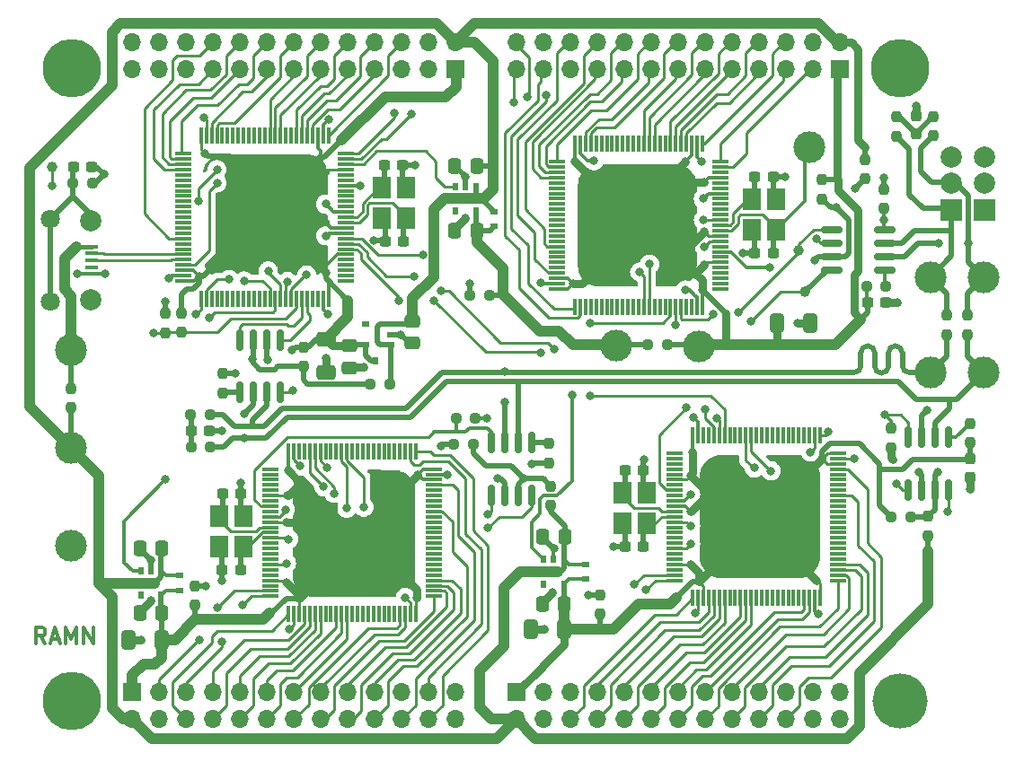
<source format=gbr>
G04 #@! TF.GenerationSoftware,KiCad,Pcbnew,(6.0.7-1)-1*
G04 #@! TF.CreationDate,2022-09-29T12:27:23-05:00*
G04 #@! TF.ProjectId,ramn,72616d6e-2e6b-4696-9361-645f70636258,rev?*
G04 #@! TF.SameCoordinates,Original*
G04 #@! TF.FileFunction,Copper,L1,Top*
G04 #@! TF.FilePolarity,Positive*
%FSLAX46Y46*%
G04 Gerber Fmt 4.6, Leading zero omitted, Abs format (unit mm)*
G04 Created by KiCad (PCBNEW (6.0.7-1)-1) date 2022-09-29 12:27:23*
%MOMM*%
%LPD*%
G01*
G04 APERTURE LIST*
G04 Aperture macros list*
%AMRoundRect*
0 Rectangle with rounded corners*
0 $1 Rounding radius*
0 $2 $3 $4 $5 $6 $7 $8 $9 X,Y pos of 4 corners*
0 Add a 4 corners polygon primitive as box body*
4,1,4,$2,$3,$4,$5,$6,$7,$8,$9,$2,$3,0*
0 Add four circle primitives for the rounded corners*
1,1,$1+$1,$2,$3*
1,1,$1+$1,$4,$5*
1,1,$1+$1,$6,$7*
1,1,$1+$1,$8,$9*
0 Add four rect primitives between the rounded corners*
20,1,$1+$1,$2,$3,$4,$5,0*
20,1,$1+$1,$4,$5,$6,$7,0*
20,1,$1+$1,$6,$7,$8,$9,0*
20,1,$1+$1,$8,$9,$2,$3,0*%
G04 Aperture macros list end*
%ADD10C,0.300000*%
G04 #@! TA.AperFunction,NonConductor*
%ADD11C,0.300000*%
G04 #@! TD*
G04 #@! TA.AperFunction,SMDPad,CuDef*
%ADD12C,1.000000*%
G04 #@! TD*
G04 #@! TA.AperFunction,SMDPad,CuDef*
%ADD13R,0.510000X0.700000*%
G04 #@! TD*
G04 #@! TA.AperFunction,SMDPad,CuDef*
%ADD14RoundRect,0.237500X0.237500X-0.250000X0.237500X0.250000X-0.237500X0.250000X-0.237500X-0.250000X0*%
G04 #@! TD*
G04 #@! TA.AperFunction,ComponentPad*
%ADD15C,5.200000*%
G04 #@! TD*
G04 #@! TA.AperFunction,ComponentPad*
%ADD16C,3.000000*%
G04 #@! TD*
G04 #@! TA.AperFunction,ComponentPad*
%ADD17R,1.700000X1.700000*%
G04 #@! TD*
G04 #@! TA.AperFunction,ComponentPad*
%ADD18O,1.700000X1.700000*%
G04 #@! TD*
G04 #@! TA.AperFunction,ComponentPad*
%ADD19R,2.000000X2.000000*%
G04 #@! TD*
G04 #@! TA.AperFunction,ComponentPad*
%ADD20C,2.000000*%
G04 #@! TD*
G04 #@! TA.AperFunction,SMDPad,CuDef*
%ADD21RoundRect,0.237500X-0.237500X0.250000X-0.237500X-0.250000X0.237500X-0.250000X0.237500X0.250000X0*%
G04 #@! TD*
G04 #@! TA.AperFunction,SMDPad,CuDef*
%ADD22RoundRect,0.237500X-0.300000X-0.237500X0.300000X-0.237500X0.300000X0.237500X-0.300000X0.237500X0*%
G04 #@! TD*
G04 #@! TA.AperFunction,SMDPad,CuDef*
%ADD23RoundRect,0.250000X-0.475000X0.337500X-0.475000X-0.337500X0.475000X-0.337500X0.475000X0.337500X0*%
G04 #@! TD*
G04 #@! TA.AperFunction,SMDPad,CuDef*
%ADD24RoundRect,0.075000X0.725000X0.075000X-0.725000X0.075000X-0.725000X-0.075000X0.725000X-0.075000X0*%
G04 #@! TD*
G04 #@! TA.AperFunction,SMDPad,CuDef*
%ADD25RoundRect,0.075000X0.075000X0.725000X-0.075000X0.725000X-0.075000X-0.725000X0.075000X-0.725000X0*%
G04 #@! TD*
G04 #@! TA.AperFunction,SMDPad,CuDef*
%ADD26RoundRect,0.250000X0.412500X0.650000X-0.412500X0.650000X-0.412500X-0.650000X0.412500X-0.650000X0*%
G04 #@! TD*
G04 #@! TA.AperFunction,SMDPad,CuDef*
%ADD27R,1.800000X2.100000*%
G04 #@! TD*
G04 #@! TA.AperFunction,SMDPad,CuDef*
%ADD28RoundRect,0.237500X0.300000X0.237500X-0.300000X0.237500X-0.300000X-0.237500X0.300000X-0.237500X0*%
G04 #@! TD*
G04 #@! TA.AperFunction,SMDPad,CuDef*
%ADD29RoundRect,0.237500X0.250000X0.237500X-0.250000X0.237500X-0.250000X-0.237500X0.250000X-0.237500X0*%
G04 #@! TD*
G04 #@! TA.AperFunction,SMDPad,CuDef*
%ADD30RoundRect,0.075000X-0.725000X-0.075000X0.725000X-0.075000X0.725000X0.075000X-0.725000X0.075000X0*%
G04 #@! TD*
G04 #@! TA.AperFunction,SMDPad,CuDef*
%ADD31RoundRect,0.075000X-0.075000X-0.725000X0.075000X-0.725000X0.075000X0.725000X-0.075000X0.725000X0*%
G04 #@! TD*
G04 #@! TA.AperFunction,SMDPad,CuDef*
%ADD32RoundRect,0.250000X-0.412500X-0.650000X0.412500X-0.650000X0.412500X0.650000X-0.412500X0.650000X0*%
G04 #@! TD*
G04 #@! TA.AperFunction,SMDPad,CuDef*
%ADD33R,0.600000X0.700000*%
G04 #@! TD*
G04 #@! TA.AperFunction,ComponentPad*
%ADD34C,5.500000*%
G04 #@! TD*
G04 #@! TA.AperFunction,SMDPad,CuDef*
%ADD35RoundRect,0.250000X0.337500X0.475000X-0.337500X0.475000X-0.337500X-0.475000X0.337500X-0.475000X0*%
G04 #@! TD*
G04 #@! TA.AperFunction,SMDPad,CuDef*
%ADD36RoundRect,0.150000X0.150000X-0.825000X0.150000X0.825000X-0.150000X0.825000X-0.150000X-0.825000X0*%
G04 #@! TD*
G04 #@! TA.AperFunction,SMDPad,CuDef*
%ADD37RoundRect,0.150000X-0.825000X-0.150000X0.825000X-0.150000X0.825000X0.150000X-0.825000X0.150000X0*%
G04 #@! TD*
G04 #@! TA.AperFunction,SMDPad,CuDef*
%ADD38RoundRect,0.150000X-0.150000X0.825000X-0.150000X-0.825000X0.150000X-0.825000X0.150000X0.825000X0*%
G04 #@! TD*
G04 #@! TA.AperFunction,SMDPad,CuDef*
%ADD39RoundRect,0.237500X-0.250000X-0.237500X0.250000X-0.237500X0.250000X0.237500X-0.250000X0.237500X0*%
G04 #@! TD*
G04 #@! TA.AperFunction,SMDPad,CuDef*
%ADD40R,0.700000X0.510000*%
G04 #@! TD*
G04 #@! TA.AperFunction,SMDPad,CuDef*
%ADD41RoundRect,0.237500X-0.237500X0.300000X-0.237500X-0.300000X0.237500X-0.300000X0.237500X0.300000X0*%
G04 #@! TD*
G04 #@! TA.AperFunction,SMDPad,CuDef*
%ADD42R,1.300000X0.450000*%
G04 #@! TD*
G04 #@! TA.AperFunction,ComponentPad*
%ADD43C,1.800000*%
G04 #@! TD*
G04 #@! TA.AperFunction,SMDPad,CuDef*
%ADD44R,0.700000X0.600000*%
G04 #@! TD*
G04 #@! TA.AperFunction,SMDPad,CuDef*
%ADD45RoundRect,0.250000X-0.650000X0.412500X-0.650000X-0.412500X0.650000X-0.412500X0.650000X0.412500X0*%
G04 #@! TD*
G04 #@! TA.AperFunction,SMDPad,CuDef*
%ADD46RoundRect,0.237500X0.237500X-0.300000X0.237500X0.300000X-0.237500X0.300000X-0.237500X-0.300000X0*%
G04 #@! TD*
G04 #@! TA.AperFunction,ViaPad*
%ADD47C,0.800000*%
G04 #@! TD*
G04 #@! TA.AperFunction,ViaPad*
%ADD48C,0.700000*%
G04 #@! TD*
G04 #@! TA.AperFunction,Conductor*
%ADD49C,0.250000*%
G04 #@! TD*
G04 #@! TA.AperFunction,Conductor*
%ADD50C,0.500000*%
G04 #@! TD*
G04 #@! TA.AperFunction,Conductor*
%ADD51C,0.800000*%
G04 #@! TD*
G04 #@! TA.AperFunction,Conductor*
%ADD52C,0.300000*%
G04 #@! TD*
G04 #@! TA.AperFunction,Conductor*
%ADD53C,1.000000*%
G04 #@! TD*
G04 #@! TA.AperFunction,Conductor*
%ADD54C,0.400000*%
G04 #@! TD*
G04 APERTURE END LIST*
D10*
D11*
X41978571Y-101278571D02*
X41478571Y-100564285D01*
X41121428Y-101278571D02*
X41121428Y-99778571D01*
X41692857Y-99778571D01*
X41835714Y-99850000D01*
X41907142Y-99921428D01*
X41978571Y-100064285D01*
X41978571Y-100278571D01*
X41907142Y-100421428D01*
X41835714Y-100492857D01*
X41692857Y-100564285D01*
X41121428Y-100564285D01*
X42550000Y-100850000D02*
X43264285Y-100850000D01*
X42407142Y-101278571D02*
X42907142Y-99778571D01*
X43407142Y-101278571D01*
X43907142Y-101278571D02*
X43907142Y-99778571D01*
X44407142Y-100850000D01*
X44907142Y-99778571D01*
X44907142Y-101278571D01*
X45621428Y-101278571D02*
X45621428Y-99778571D01*
X46478571Y-101278571D01*
X46478571Y-99778571D01*
D12*
X113005000Y-64230000D03*
D13*
X52875000Y-94430000D03*
X51925000Y-94430000D03*
X50975000Y-94430000D03*
X50975000Y-96750000D03*
X52875000Y-96750000D03*
D14*
X94305000Y-98530000D03*
X94305000Y-96705000D03*
D12*
X113605000Y-68130000D03*
D15*
X122555000Y-106680000D03*
D16*
X95770000Y-73140000D03*
D17*
X116840000Y-47117000D03*
D18*
X116840000Y-44577000D03*
X114300000Y-47117000D03*
X114300000Y-44577000D03*
X111760000Y-47117000D03*
X111760000Y-44577000D03*
X109220000Y-47117000D03*
X109220000Y-44577000D03*
X106680000Y-47117000D03*
X106680000Y-44577000D03*
X104140000Y-47117000D03*
X104140000Y-44577000D03*
X101600000Y-47117000D03*
X101600000Y-44577000D03*
X99060000Y-47117000D03*
X99060000Y-44577000D03*
X96520000Y-47117000D03*
X96520000Y-44577000D03*
X93980000Y-47117000D03*
X93980000Y-44577000D03*
X91440000Y-47117000D03*
X91440000Y-44577000D03*
X88900000Y-47117000D03*
X88900000Y-44577000D03*
X86360000Y-47117000D03*
X86360000Y-44577000D03*
D19*
X127405000Y-60360000D03*
X130505000Y-60360000D03*
D20*
X130505000Y-57860000D03*
X127405000Y-57860000D03*
X127405000Y-55360000D03*
X130505000Y-55360000D03*
D21*
X89605000Y-86430000D03*
X89605000Y-88255000D03*
X128905000Y-70317500D03*
X128905000Y-72142500D03*
D22*
X108842500Y-57230000D03*
X110567500Y-57230000D03*
D16*
X125405000Y-75730000D03*
X44405000Y-92030000D03*
D23*
X70605000Y-73192500D03*
X70605000Y-75267500D03*
D24*
X70330000Y-67080000D03*
X70330000Y-66580000D03*
X70330000Y-66080000D03*
X70330000Y-65580000D03*
X70330000Y-65080000D03*
X70330000Y-64580000D03*
X70330000Y-64080000D03*
X70330000Y-63580000D03*
X70330000Y-63080000D03*
X70330000Y-62580000D03*
X70330000Y-62080000D03*
X70330000Y-61580000D03*
X70330000Y-61080000D03*
X70330000Y-60580000D03*
X70330000Y-60080000D03*
X70330000Y-59580000D03*
X70330000Y-59080000D03*
X70330000Y-58580000D03*
X70330000Y-58080000D03*
X70330000Y-57580000D03*
X70330000Y-57080000D03*
X70330000Y-56580000D03*
X70330000Y-56080000D03*
X70330000Y-55580000D03*
X70330000Y-55080000D03*
D25*
X68655000Y-53405000D03*
X68155000Y-53405000D03*
X67655000Y-53405000D03*
X67155000Y-53405000D03*
X66655000Y-53405000D03*
X66155000Y-53405000D03*
X65655000Y-53405000D03*
X65155000Y-53405000D03*
X64655000Y-53405000D03*
X64155000Y-53405000D03*
X63655000Y-53405000D03*
X63155000Y-53405000D03*
X62655000Y-53405000D03*
X62155000Y-53405000D03*
X61655000Y-53405000D03*
X61155000Y-53405000D03*
X60655000Y-53405000D03*
X60155000Y-53405000D03*
X59655000Y-53405000D03*
X59155000Y-53405000D03*
X58655000Y-53405000D03*
X58155000Y-53405000D03*
X57655000Y-53405000D03*
X57155000Y-53405000D03*
X56655000Y-53405000D03*
D24*
X54980000Y-55080000D03*
X54980000Y-55580000D03*
X54980000Y-56080000D03*
X54980000Y-56580000D03*
X54980000Y-57080000D03*
X54980000Y-57580000D03*
X54980000Y-58080000D03*
X54980000Y-58580000D03*
X54980000Y-59080000D03*
X54980000Y-59580000D03*
X54980000Y-60080000D03*
X54980000Y-60580000D03*
X54980000Y-61080000D03*
X54980000Y-61580000D03*
X54980000Y-62080000D03*
X54980000Y-62580000D03*
X54980000Y-63080000D03*
X54980000Y-63580000D03*
X54980000Y-64080000D03*
X54980000Y-64580000D03*
X54980000Y-65080000D03*
X54980000Y-65580000D03*
X54980000Y-66080000D03*
X54980000Y-66580000D03*
X54980000Y-67080000D03*
D25*
X56655000Y-68755000D03*
X57155000Y-68755000D03*
X57655000Y-68755000D03*
X58155000Y-68755000D03*
X58655000Y-68755000D03*
X59155000Y-68755000D03*
X59655000Y-68755000D03*
X60155000Y-68755000D03*
X60655000Y-68755000D03*
X61155000Y-68755000D03*
X61655000Y-68755000D03*
X62155000Y-68755000D03*
X62655000Y-68755000D03*
X63155000Y-68755000D03*
X63655000Y-68755000D03*
X64155000Y-68755000D03*
X64655000Y-68755000D03*
X65155000Y-68755000D03*
X65655000Y-68755000D03*
X66155000Y-68755000D03*
X66655000Y-68755000D03*
X67155000Y-68755000D03*
X67655000Y-68755000D03*
X68155000Y-68755000D03*
X68655000Y-68755000D03*
D26*
X90905000Y-99930000D03*
X87780000Y-99930000D03*
D23*
X76605000Y-70855000D03*
X76605000Y-72930000D03*
D27*
X58355000Y-89280000D03*
X58355000Y-92180000D03*
X60655000Y-92180000D03*
X60655000Y-89280000D03*
D28*
X60367500Y-94330000D03*
X58642500Y-94330000D03*
D22*
X44642500Y-56330000D03*
X46367500Y-56330000D03*
D21*
X54805000Y-70117500D03*
X54805000Y-71942500D03*
D14*
X89405000Y-84230000D03*
X89405000Y-82405000D03*
D26*
X52905000Y-100930000D03*
X49780000Y-100930000D03*
D29*
X123517500Y-89330000D03*
X121692500Y-89330000D03*
D14*
X121005000Y-60230000D03*
X121005000Y-58405000D03*
D22*
X55730000Y-81230000D03*
X57455000Y-81230000D03*
D30*
X63230000Y-84830000D03*
X63230000Y-85330000D03*
X63230000Y-85830000D03*
X63230000Y-86330000D03*
X63230000Y-86830000D03*
X63230000Y-87330000D03*
X63230000Y-87830000D03*
X63230000Y-88330000D03*
X63230000Y-88830000D03*
X63230000Y-89330000D03*
X63230000Y-89830000D03*
X63230000Y-90330000D03*
X63230000Y-90830000D03*
X63230000Y-91330000D03*
X63230000Y-91830000D03*
X63230000Y-92330000D03*
X63230000Y-92830000D03*
X63230000Y-93330000D03*
X63230000Y-93830000D03*
X63230000Y-94330000D03*
X63230000Y-94830000D03*
X63230000Y-95330000D03*
X63230000Y-95830000D03*
X63230000Y-96330000D03*
X63230000Y-96830000D03*
D31*
X64905000Y-98505000D03*
X65405000Y-98505000D03*
X65905000Y-98505000D03*
X66405000Y-98505000D03*
X66905000Y-98505000D03*
X67405000Y-98505000D03*
X67905000Y-98505000D03*
X68405000Y-98505000D03*
X68905000Y-98505000D03*
X69405000Y-98505000D03*
X69905000Y-98505000D03*
X70405000Y-98505000D03*
X70905000Y-98505000D03*
X71405000Y-98505000D03*
X71905000Y-98505000D03*
X72405000Y-98505000D03*
X72905000Y-98505000D03*
X73405000Y-98505000D03*
X73905000Y-98505000D03*
X74405000Y-98505000D03*
X74905000Y-98505000D03*
X75405000Y-98505000D03*
X75905000Y-98505000D03*
X76405000Y-98505000D03*
X76905000Y-98505000D03*
D30*
X78580000Y-96830000D03*
X78580000Y-96330000D03*
X78580000Y-95830000D03*
X78580000Y-95330000D03*
X78580000Y-94830000D03*
X78580000Y-94330000D03*
X78580000Y-93830000D03*
X78580000Y-93330000D03*
X78580000Y-92830000D03*
X78580000Y-92330000D03*
X78580000Y-91830000D03*
X78580000Y-91330000D03*
X78580000Y-90830000D03*
X78580000Y-90330000D03*
X78580000Y-89830000D03*
X78580000Y-89330000D03*
X78580000Y-88830000D03*
X78580000Y-88330000D03*
X78580000Y-87830000D03*
X78580000Y-87330000D03*
X78580000Y-86830000D03*
X78580000Y-86330000D03*
X78580000Y-85830000D03*
X78580000Y-85330000D03*
X78580000Y-84830000D03*
D31*
X76905000Y-83155000D03*
X76405000Y-83155000D03*
X75905000Y-83155000D03*
X75405000Y-83155000D03*
X74905000Y-83155000D03*
X74405000Y-83155000D03*
X73905000Y-83155000D03*
X73405000Y-83155000D03*
X72905000Y-83155000D03*
X72405000Y-83155000D03*
X71905000Y-83155000D03*
X71405000Y-83155000D03*
X70905000Y-83155000D03*
X70405000Y-83155000D03*
X69905000Y-83155000D03*
X69405000Y-83155000D03*
X68905000Y-83155000D03*
X68405000Y-83155000D03*
X67905000Y-83155000D03*
X67405000Y-83155000D03*
X66905000Y-83155000D03*
X66405000Y-83155000D03*
X65905000Y-83155000D03*
X65405000Y-83155000D03*
X64905000Y-83155000D03*
D14*
X56105000Y-97655000D03*
X56105000Y-95830000D03*
D21*
X121705000Y-81005000D03*
X121705000Y-82830000D03*
D32*
X110980000Y-71030000D03*
X114105000Y-71030000D03*
D33*
X74505000Y-74630000D03*
X73105000Y-74630000D03*
D21*
X126905000Y-70317500D03*
X126905000Y-72142500D03*
D12*
X42655000Y-56330000D03*
D34*
X44450000Y-106680000D03*
D17*
X86360000Y-105900000D03*
D18*
X86360000Y-108440000D03*
X88900000Y-105900000D03*
X88900000Y-108440000D03*
X91440000Y-105900000D03*
X91440000Y-108440000D03*
X93980000Y-105900000D03*
X93980000Y-108440000D03*
X96520000Y-105900000D03*
X96520000Y-108440000D03*
X99060000Y-105900000D03*
X99060000Y-108440000D03*
X101600000Y-105900000D03*
X101600000Y-108440000D03*
X104140000Y-105900000D03*
X104140000Y-108440000D03*
X106680000Y-105900000D03*
X106680000Y-108440000D03*
X109220000Y-105900000D03*
X109220000Y-108440000D03*
X111760000Y-105900000D03*
X111760000Y-108440000D03*
X114300000Y-105900000D03*
X114300000Y-108440000D03*
X116840000Y-105900000D03*
X116840000Y-108440000D03*
D22*
X73942500Y-56130000D03*
X75667500Y-56130000D03*
D13*
X82555000Y-58170000D03*
X81605000Y-58170000D03*
X80655000Y-58170000D03*
X80655000Y-60490000D03*
X82555000Y-60490000D03*
D35*
X82642500Y-56230000D03*
X80567500Y-56230000D03*
D21*
X58705000Y-75817500D03*
X58705000Y-77642500D03*
D36*
X84000000Y-87305000D03*
X85270000Y-87305000D03*
X86540000Y-87305000D03*
X87810000Y-87305000D03*
X87810000Y-82355000D03*
X86540000Y-82355000D03*
X85270000Y-82355000D03*
X84000000Y-82355000D03*
D16*
X113950000Y-54500000D03*
X130405000Y-75730000D03*
D37*
X116130000Y-62225000D03*
X116130000Y-63495000D03*
X116130000Y-64765000D03*
X116130000Y-66035000D03*
X121080000Y-66035000D03*
X121080000Y-64765000D03*
X121080000Y-63495000D03*
X121080000Y-62225000D03*
D35*
X52962500Y-92330000D03*
X50887500Y-92330000D03*
D28*
X98367500Y-92130000D03*
X96642500Y-92130000D03*
D38*
X64110000Y-72655000D03*
X62840000Y-72655000D03*
X61570000Y-72655000D03*
X60300000Y-72655000D03*
X60300000Y-77605000D03*
X61570000Y-77605000D03*
X62840000Y-77605000D03*
X64110000Y-77605000D03*
D39*
X119380000Y-67630000D03*
X121205000Y-67630000D03*
D30*
X101330000Y-83330000D03*
X101330000Y-83830000D03*
X101330000Y-84330000D03*
X101330000Y-84830000D03*
X101330000Y-85330000D03*
X101330000Y-85830000D03*
X101330000Y-86330000D03*
X101330000Y-86830000D03*
X101330000Y-87330000D03*
X101330000Y-87830000D03*
X101330000Y-88330000D03*
X101330000Y-88830000D03*
X101330000Y-89330000D03*
X101330000Y-89830000D03*
X101330000Y-90330000D03*
X101330000Y-90830000D03*
X101330000Y-91330000D03*
X101330000Y-91830000D03*
X101330000Y-92330000D03*
X101330000Y-92830000D03*
X101330000Y-93330000D03*
X101330000Y-93830000D03*
X101330000Y-94330000D03*
X101330000Y-94830000D03*
X101330000Y-95330000D03*
D31*
X103005000Y-97005000D03*
X103505000Y-97005000D03*
X104005000Y-97005000D03*
X104505000Y-97005000D03*
X105005000Y-97005000D03*
X105505000Y-97005000D03*
X106005000Y-97005000D03*
X106505000Y-97005000D03*
X107005000Y-97005000D03*
X107505000Y-97005000D03*
X108005000Y-97005000D03*
X108505000Y-97005000D03*
X109005000Y-97005000D03*
X109505000Y-97005000D03*
X110005000Y-97005000D03*
X110505000Y-97005000D03*
X111005000Y-97005000D03*
X111505000Y-97005000D03*
X112005000Y-97005000D03*
X112505000Y-97005000D03*
X113005000Y-97005000D03*
X113505000Y-97005000D03*
X114005000Y-97005000D03*
X114505000Y-97005000D03*
X115005000Y-97005000D03*
D30*
X116680000Y-95330000D03*
X116680000Y-94830000D03*
X116680000Y-94330000D03*
X116680000Y-93830000D03*
X116680000Y-93330000D03*
X116680000Y-92830000D03*
X116680000Y-92330000D03*
X116680000Y-91830000D03*
X116680000Y-91330000D03*
X116680000Y-90830000D03*
X116680000Y-90330000D03*
X116680000Y-89830000D03*
X116680000Y-89330000D03*
X116680000Y-88830000D03*
X116680000Y-88330000D03*
X116680000Y-87830000D03*
X116680000Y-87330000D03*
X116680000Y-86830000D03*
X116680000Y-86330000D03*
X116680000Y-85830000D03*
X116680000Y-85330000D03*
X116680000Y-84830000D03*
X116680000Y-84330000D03*
X116680000Y-83830000D03*
X116680000Y-83330000D03*
D31*
X115005000Y-81655000D03*
X114505000Y-81655000D03*
X114005000Y-81655000D03*
X113505000Y-81655000D03*
X113005000Y-81655000D03*
X112505000Y-81655000D03*
X112005000Y-81655000D03*
X111505000Y-81655000D03*
X111005000Y-81655000D03*
X110505000Y-81655000D03*
X110005000Y-81655000D03*
X109505000Y-81655000D03*
X109005000Y-81655000D03*
X108505000Y-81655000D03*
X108005000Y-81655000D03*
X107505000Y-81655000D03*
X107005000Y-81655000D03*
X106505000Y-81655000D03*
X106005000Y-81655000D03*
X105505000Y-81655000D03*
X105005000Y-81655000D03*
X104505000Y-81655000D03*
X104005000Y-81655000D03*
X103505000Y-81655000D03*
X103005000Y-81655000D03*
D39*
X44592500Y-57830000D03*
X46417500Y-57830000D03*
X80692500Y-80030000D03*
X82517500Y-80030000D03*
D35*
X90905000Y-97530000D03*
X88830000Y-97530000D03*
D14*
X44405000Y-79042500D03*
X44405000Y-77217500D03*
D16*
X44405000Y-82830000D03*
D40*
X74505000Y-73080000D03*
X74505000Y-72130000D03*
X74505000Y-71180000D03*
X72185000Y-71180000D03*
X72185000Y-73080000D03*
D14*
X115205000Y-59342500D03*
X115205000Y-57517500D03*
D27*
X96355000Y-87080000D03*
X96355000Y-89980000D03*
X98655000Y-89980000D03*
X98655000Y-87080000D03*
D16*
X125405000Y-66730000D03*
D41*
X129105000Y-83867500D03*
X129105000Y-85592500D03*
D34*
X44450000Y-46990000D03*
D17*
X50165000Y-105900000D03*
D18*
X50165000Y-108440000D03*
X52705000Y-105900000D03*
X52705000Y-108440000D03*
X55245000Y-105900000D03*
X55245000Y-108440000D03*
X57785000Y-105900000D03*
X57785000Y-108440000D03*
X60325000Y-105900000D03*
X60325000Y-108440000D03*
X62865000Y-105900000D03*
X62865000Y-108440000D03*
X65405000Y-105900000D03*
X65405000Y-108440000D03*
X67945000Y-105900000D03*
X67945000Y-108440000D03*
X70485000Y-105900000D03*
X70485000Y-108440000D03*
X73025000Y-105900000D03*
X73025000Y-108440000D03*
X75565000Y-105900000D03*
X75565000Y-108440000D03*
X78105000Y-105900000D03*
X78105000Y-108440000D03*
X80645000Y-105900000D03*
X80645000Y-108440000D03*
D35*
X52962500Y-98430000D03*
X50887500Y-98430000D03*
D36*
X123300000Y-86805000D03*
X124570000Y-86805000D03*
X125840000Y-86805000D03*
X127110000Y-86805000D03*
X127110000Y-81855000D03*
X125840000Y-81855000D03*
X124570000Y-81855000D03*
X123300000Y-81855000D03*
D29*
X100617500Y-73130000D03*
X98792500Y-73130000D03*
D42*
X46305000Y-63830000D03*
X46305000Y-64480000D03*
X46305000Y-65130000D03*
X46305000Y-65780000D03*
X46305000Y-66430000D03*
D43*
X42455000Y-61255000D03*
D20*
X46255000Y-61405000D03*
D43*
X42455000Y-69005000D03*
D20*
X46255000Y-68855000D03*
D14*
X129105000Y-82330000D03*
X129105000Y-80505000D03*
D24*
X105580000Y-67830000D03*
X105580000Y-67330000D03*
X105580000Y-66830000D03*
X105580000Y-66330000D03*
X105580000Y-65830000D03*
X105580000Y-65330000D03*
X105580000Y-64830000D03*
X105580000Y-64330000D03*
X105580000Y-63830000D03*
X105580000Y-63330000D03*
X105580000Y-62830000D03*
X105580000Y-62330000D03*
X105580000Y-61830000D03*
X105580000Y-61330000D03*
X105580000Y-60830000D03*
X105580000Y-60330000D03*
X105580000Y-59830000D03*
X105580000Y-59330000D03*
X105580000Y-58830000D03*
X105580000Y-58330000D03*
X105580000Y-57830000D03*
X105580000Y-57330000D03*
X105580000Y-56830000D03*
X105580000Y-56330000D03*
X105580000Y-55830000D03*
D25*
X103905000Y-54155000D03*
X103405000Y-54155000D03*
X102905000Y-54155000D03*
X102405000Y-54155000D03*
X101905000Y-54155000D03*
X101405000Y-54155000D03*
X100905000Y-54155000D03*
X100405000Y-54155000D03*
X99905000Y-54155000D03*
X99405000Y-54155000D03*
X98905000Y-54155000D03*
X98405000Y-54155000D03*
X97905000Y-54155000D03*
X97405000Y-54155000D03*
X96905000Y-54155000D03*
X96405000Y-54155000D03*
X95905000Y-54155000D03*
X95405000Y-54155000D03*
X94905000Y-54155000D03*
X94405000Y-54155000D03*
X93905000Y-54155000D03*
X93405000Y-54155000D03*
X92905000Y-54155000D03*
X92405000Y-54155000D03*
X91905000Y-54155000D03*
D24*
X90230000Y-55830000D03*
X90230000Y-56330000D03*
X90230000Y-56830000D03*
X90230000Y-57330000D03*
X90230000Y-57830000D03*
X90230000Y-58330000D03*
X90230000Y-58830000D03*
X90230000Y-59330000D03*
X90230000Y-59830000D03*
X90230000Y-60330000D03*
X90230000Y-60830000D03*
X90230000Y-61330000D03*
X90230000Y-61830000D03*
X90230000Y-62330000D03*
X90230000Y-62830000D03*
X90230000Y-63330000D03*
X90230000Y-63830000D03*
X90230000Y-64330000D03*
X90230000Y-64830000D03*
X90230000Y-65330000D03*
X90230000Y-65830000D03*
X90230000Y-66330000D03*
X90230000Y-66830000D03*
X90230000Y-67330000D03*
X90230000Y-67830000D03*
D25*
X91905000Y-69505000D03*
X92405000Y-69505000D03*
X92905000Y-69505000D03*
X93405000Y-69505000D03*
X93905000Y-69505000D03*
X94405000Y-69505000D03*
X94905000Y-69505000D03*
X95405000Y-69505000D03*
X95905000Y-69505000D03*
X96405000Y-69505000D03*
X96905000Y-69505000D03*
X97405000Y-69505000D03*
X97905000Y-69505000D03*
X98405000Y-69505000D03*
X98905000Y-69505000D03*
X99405000Y-69505000D03*
X99905000Y-69505000D03*
X100405000Y-69505000D03*
X100905000Y-69505000D03*
X101405000Y-69505000D03*
X101905000Y-69505000D03*
X102405000Y-69505000D03*
X102905000Y-69505000D03*
X103405000Y-69505000D03*
X103905000Y-69505000D03*
D17*
X80645000Y-47117000D03*
D18*
X80645000Y-44577000D03*
X78105000Y-47117000D03*
X78105000Y-44577000D03*
X75565000Y-47117000D03*
X75565000Y-44577000D03*
X73025000Y-47117000D03*
X73025000Y-44577000D03*
X70485000Y-47117000D03*
X70485000Y-44577000D03*
X67945000Y-47117000D03*
X67945000Y-44577000D03*
X65405000Y-47117000D03*
X65405000Y-44577000D03*
X62865000Y-47117000D03*
X62865000Y-44577000D03*
X60325000Y-47117000D03*
X60325000Y-44577000D03*
X57785000Y-47117000D03*
X57785000Y-44577000D03*
X55245000Y-47117000D03*
X55245000Y-44577000D03*
X52705000Y-47117000D03*
X52705000Y-44577000D03*
X50165000Y-47117000D03*
X50165000Y-44577000D03*
D22*
X96642500Y-84930000D03*
X98367500Y-84930000D03*
D21*
X125670000Y-51567500D03*
X125670000Y-53392500D03*
D35*
X90942500Y-91230000D03*
X88867500Y-91230000D03*
D14*
X53305000Y-71967500D03*
X53305000Y-70142500D03*
D29*
X57505000Y-79730000D03*
X55680000Y-79730000D03*
D16*
X103580000Y-73230000D03*
D29*
X83817500Y-68430000D03*
X81992500Y-68430000D03*
D44*
X84305000Y-60530000D03*
X84305000Y-61930000D03*
D13*
X90842500Y-93370000D03*
X89892500Y-93370000D03*
X88942500Y-93370000D03*
X88942500Y-95690000D03*
X90842500Y-95690000D03*
D14*
X122240000Y-53440000D03*
X122240000Y-51615000D03*
D29*
X74417500Y-76830000D03*
X72592500Y-76830000D03*
D22*
X58705000Y-87130000D03*
X60430000Y-87130000D03*
D21*
X66305000Y-73305000D03*
X66305000Y-75130000D03*
D22*
X119480000Y-69130000D03*
X121205000Y-69130000D03*
D44*
X54605000Y-94890000D03*
X54605000Y-96290000D03*
D45*
X68405000Y-72567500D03*
X68405000Y-75692500D03*
D16*
X130405000Y-66730000D03*
D35*
X82642500Y-62330000D03*
X80567500Y-62330000D03*
D44*
X92892500Y-93830000D03*
X92892500Y-95230000D03*
D27*
X75955000Y-61180000D03*
X75955000Y-58280000D03*
X73655000Y-58280000D03*
X73655000Y-61180000D03*
D39*
X55705000Y-82730000D03*
X57530000Y-82730000D03*
D16*
X44405000Y-73580000D03*
D27*
X110855000Y-62280000D03*
X110855000Y-59380000D03*
X108555000Y-59380000D03*
X108555000Y-62280000D03*
D29*
X82330000Y-82530000D03*
X80505000Y-82530000D03*
D28*
X75730000Y-63330000D03*
X74005000Y-63330000D03*
X110567500Y-64430000D03*
X108842500Y-64430000D03*
D46*
X124040000Y-53215000D03*
X124040000Y-51490000D03*
D14*
X119205000Y-57455000D03*
X119205000Y-55630000D03*
D21*
X125205000Y-89305000D03*
X125205000Y-91130000D03*
D34*
X122555000Y-46990000D03*
D47*
X42655000Y-58080000D03*
X52205000Y-72030000D03*
X72954647Y-63280353D03*
X84605000Y-85730000D03*
X129105000Y-86730000D03*
X56905000Y-51630000D03*
X51905000Y-93430000D03*
X121005000Y-57330000D03*
X53305000Y-69030000D03*
X102805000Y-87230000D03*
X81605000Y-57230000D03*
X88705000Y-67230000D03*
X104005000Y-59330000D03*
X122305000Y-69130000D03*
X107705000Y-64430000D03*
X68405000Y-62830000D03*
X58605000Y-95330000D03*
X124305000Y-85130000D03*
X51905000Y-97230000D03*
X114805000Y-98530000D03*
X93205000Y-96730000D03*
X81605000Y-61130000D03*
X121905000Y-83930000D03*
X89005000Y-99930000D03*
X64935034Y-99946078D03*
X111705000Y-57230000D03*
X104105000Y-63830000D03*
X75505000Y-72130000D03*
X45005000Y-66430000D03*
X124040000Y-50560000D03*
X112905000Y-71030000D03*
X62905000Y-74530000D03*
X72005000Y-75230000D03*
X118205000Y-83830000D03*
X68605000Y-70230000D03*
X71655000Y-58080000D03*
X89905000Y-92330000D03*
X58605000Y-81230000D03*
X79906689Y-85337122D03*
X114705000Y-63130000D03*
X64605000Y-88630000D03*
X68405000Y-74330000D03*
X89805000Y-96430000D03*
X53605000Y-66830000D03*
X75905000Y-96930000D03*
X60405000Y-86130000D03*
X95505000Y-92130000D03*
X82005000Y-67330000D03*
X93705000Y-55730000D03*
X47605000Y-66430000D03*
X103205000Y-98430000D03*
X57105000Y-95830000D03*
X47505000Y-57030000D03*
X68655000Y-51830000D03*
X103805000Y-55830000D03*
X83605000Y-80030000D03*
X64705000Y-93730000D03*
X102305000Y-67930000D03*
X102805000Y-91930000D03*
X98405000Y-83930000D03*
X51005000Y-100930000D03*
X76805000Y-56130000D03*
X66005000Y-84530000D03*
X103105000Y-79977335D03*
X68405000Y-59830000D03*
X56480500Y-66630000D03*
X65205000Y-73630000D03*
D48*
X68405000Y-61580000D03*
D47*
X59905000Y-75830000D03*
X57005000Y-55030000D03*
D48*
X68405000Y-56830000D03*
D47*
X68405000Y-66330000D03*
D48*
X67905000Y-55430000D03*
D47*
X64905000Y-91430000D03*
X64705000Y-95530000D03*
X64805000Y-87330000D03*
X64705000Y-89830000D03*
X79305000Y-82630000D03*
X65905000Y-97030000D03*
X77005000Y-96930000D03*
X77105000Y-85330000D03*
X87805000Y-84330000D03*
X64905000Y-84930000D03*
X102805000Y-90230000D03*
X103605000Y-95430000D03*
X114705000Y-95330000D03*
X102805000Y-88830000D03*
X102805000Y-85430000D03*
X103005000Y-83230000D03*
X115205000Y-83830000D03*
X102805000Y-93830000D03*
X104005000Y-61330000D03*
X91705000Y-67330000D03*
X104055000Y-57780000D03*
X104105000Y-62430000D03*
X102305000Y-55830000D03*
X104105000Y-65530000D03*
X91905000Y-55830000D03*
X103905000Y-67930000D03*
X129005000Y-63530000D03*
X126205000Y-63530000D03*
X76505000Y-51330000D03*
X74905000Y-51230000D03*
X58155000Y-57830000D03*
X59305000Y-66930000D03*
X56205000Y-70230000D03*
X60705000Y-67080000D03*
X58155000Y-56580000D03*
X56405000Y-59530000D03*
X57405000Y-70530000D03*
X56505000Y-100930000D03*
X58205000Y-97930000D03*
X60605000Y-97630000D03*
X58630000Y-101150000D03*
X72005000Y-88430000D03*
X70405000Y-88530000D03*
X97505000Y-95730000D03*
X98605000Y-96230000D03*
X114105000Y-83230000D03*
X115805000Y-81330000D03*
X110370000Y-85000000D03*
X108805000Y-84730000D03*
X89205000Y-49530000D03*
X86150000Y-50275000D03*
X98005000Y-66230000D03*
X98931696Y-65508643D03*
X87405000Y-49730000D03*
X85305000Y-75630000D03*
X125105000Y-79280000D03*
X85305000Y-78530000D03*
X60755000Y-79580000D03*
X60755000Y-81930000D03*
X121105000Y-79730000D03*
X102405000Y-79030000D03*
X121005000Y-61330000D03*
X110305000Y-65830000D03*
X101405000Y-71230000D03*
X108505000Y-70930000D03*
X107305000Y-70030000D03*
X104905000Y-70230000D03*
X65305000Y-77430000D03*
X64805000Y-67130000D03*
X66605000Y-66530000D03*
X68505000Y-84655500D03*
X83705000Y-90384595D03*
X69205000Y-87130000D03*
X83705000Y-89130000D03*
X68228056Y-86506944D03*
X53305000Y-85830000D03*
X63005000Y-66130000D03*
X79305000Y-68030000D03*
X89951364Y-73522476D03*
X76705000Y-66630000D03*
X93305000Y-77930000D03*
X127005000Y-88830000D03*
X105305000Y-80030000D03*
X104205000Y-79230000D03*
X122205000Y-86230000D03*
X91605000Y-77830000D03*
X75305000Y-68930000D03*
X88705000Y-73830000D03*
X78605000Y-68930000D03*
X77555500Y-64630000D03*
X93305000Y-71030000D03*
X61505000Y-74430000D03*
X87105000Y-85730000D03*
X126105000Y-85130000D03*
X114505000Y-65130000D03*
X116505000Y-60130000D03*
X118305000Y-58330000D03*
D49*
X52205000Y-72030000D02*
X52267500Y-71967500D01*
X54805000Y-71942500D02*
X53430000Y-71942500D01*
X42655000Y-56330000D02*
X42655000Y-58080000D01*
X52267500Y-71967500D02*
X53405000Y-71967500D01*
X65655000Y-69580000D02*
X64605000Y-70630000D01*
X64605000Y-70630000D02*
X59505000Y-70630000D01*
X65655000Y-68755000D02*
X65655000Y-69580000D01*
X59505000Y-70630000D02*
X58192500Y-71942500D01*
X58192500Y-71942500D02*
X54805000Y-71942500D01*
D50*
X44592500Y-57830000D02*
X44592500Y-59117500D01*
X42455000Y-61255000D02*
X44592500Y-59117500D01*
X42455000Y-69005000D02*
X42455000Y-61255000D01*
X44592500Y-57830000D02*
X44592500Y-56380000D01*
X44592500Y-59117500D02*
X46255000Y-60780000D01*
D51*
X50887500Y-98247500D02*
X51905000Y-97230000D01*
D52*
X105580000Y-58830000D02*
X104505000Y-58830000D01*
D50*
X60430000Y-87130000D02*
X60430000Y-86155000D01*
X58642500Y-95292500D02*
X58605000Y-95330000D01*
X110567500Y-57230000D02*
X111705000Y-57230000D01*
X88867500Y-91305000D02*
X89892500Y-92330000D01*
D52*
X103105000Y-79977335D02*
X103505000Y-80377335D01*
D49*
X57155000Y-53405000D02*
X57155000Y-51880000D01*
D52*
X92405000Y-54155000D02*
X92405000Y-55030000D01*
D51*
X121705000Y-83730000D02*
X121905000Y-83930000D01*
D50*
X121005000Y-58405000D02*
X121005000Y-57330000D01*
X57455000Y-81230000D02*
X58605000Y-81230000D01*
D52*
X68655000Y-62580000D02*
X68405000Y-62830000D01*
D50*
X81992500Y-67342500D02*
X82005000Y-67330000D01*
D49*
X63230000Y-89330000D02*
X64024975Y-89330000D01*
D50*
X96642500Y-92130000D02*
X96642500Y-90267500D01*
X75505000Y-72130000D02*
X76305000Y-72930000D01*
D52*
X68155000Y-53405000D02*
X68155000Y-52330000D01*
D50*
X60430000Y-87130000D02*
X60430000Y-89055000D01*
X124570000Y-86805000D02*
X124570000Y-85395000D01*
D52*
X79906689Y-85337122D02*
X79899567Y-85330000D01*
D49*
X65405000Y-99476112D02*
X64935034Y-99946078D01*
D50*
X56105000Y-95830000D02*
X57105000Y-95830000D01*
X81602005Y-57185789D02*
X81523289Y-57185789D01*
D52*
X102205000Y-87830000D02*
X101330000Y-87830000D01*
X103405000Y-54155000D02*
X103405000Y-55430000D01*
X89892500Y-93370000D02*
X89892500Y-92330000D01*
D49*
X57155000Y-51880000D02*
X56905000Y-51630000D01*
D50*
X94305000Y-96705000D02*
X93230000Y-96705000D01*
X51925000Y-94430000D02*
X51925000Y-93450000D01*
D52*
X114505000Y-98230000D02*
X114805000Y-98530000D01*
D50*
X62840000Y-72655000D02*
X62840000Y-74465000D01*
D52*
X103505000Y-80377335D02*
X103505000Y-81655000D01*
D50*
X84905000Y-85730000D02*
X85270000Y-86095000D01*
X84605000Y-85730000D02*
X84905000Y-85730000D01*
D51*
X129105000Y-85592500D02*
X129105000Y-86730000D01*
D52*
X114505000Y-97005000D02*
X114505000Y-98230000D01*
D51*
X80567500Y-62167500D02*
X81605000Y-61130000D01*
D52*
X53855000Y-66580000D02*
X54980000Y-66580000D01*
D50*
X53305000Y-70142500D02*
X53305000Y-69030000D01*
D51*
X124040000Y-51490000D02*
X124040000Y-50560000D01*
D50*
X58642500Y-94330000D02*
X58642500Y-92467500D01*
D52*
X103180000Y-68405000D02*
X102705000Y-67930000D01*
D50*
X60430000Y-86155000D02*
X60405000Y-86130000D01*
D49*
X101330000Y-92330000D02*
X102405000Y-92330000D01*
D52*
X70330000Y-62580000D02*
X68655000Y-62580000D01*
X88805000Y-67330000D02*
X88705000Y-67230000D01*
D49*
X64024975Y-89330000D02*
X64605000Y-88749975D01*
X63230000Y-93830000D02*
X64605000Y-93830000D01*
D50*
X72954647Y-63280353D02*
X73955353Y-63280353D01*
D51*
X121205000Y-69130000D02*
X122305000Y-69130000D01*
D52*
X115070000Y-63495000D02*
X116130000Y-63495000D01*
D49*
X65405000Y-98505000D02*
X65405000Y-99476112D01*
X105580000Y-63330000D02*
X104605000Y-63330000D01*
D52*
X93105000Y-55730000D02*
X93705000Y-55730000D01*
D50*
X96642500Y-92130000D02*
X95505000Y-92130000D01*
D52*
X103405000Y-55430000D02*
X103805000Y-55830000D01*
X103405000Y-69505000D02*
X103405000Y-68619950D01*
D49*
X64605000Y-88749975D02*
X64605000Y-88630000D01*
D51*
X72005000Y-75230000D02*
X70642500Y-75230000D01*
D52*
X46305000Y-66430000D02*
X45005000Y-66430000D01*
D50*
X98367500Y-83967500D02*
X98405000Y-83930000D01*
D52*
X82517500Y-80030000D02*
X83605000Y-80030000D01*
D49*
X76405000Y-97430000D02*
X75905000Y-96930000D01*
X116680000Y-83830000D02*
X118205000Y-83830000D01*
X65405000Y-83949975D02*
X65985025Y-84530000D01*
X64605000Y-93830000D02*
X64705000Y-93730000D01*
D50*
X108842500Y-64430000D02*
X107705000Y-64430000D01*
D52*
X103190050Y-68405000D02*
X103180000Y-68405000D01*
X103405000Y-68619950D02*
X103190050Y-68405000D01*
D51*
X87780000Y-99930000D02*
X89005000Y-99930000D01*
D50*
X81992500Y-68430000D02*
X81992500Y-67342500D01*
D52*
X53605000Y-66830000D02*
X53855000Y-66580000D01*
D49*
X103505000Y-97005000D02*
X103505000Y-98130000D01*
D52*
X68605000Y-70230000D02*
X68155000Y-69780000D01*
D50*
X46367500Y-56330000D02*
X46805000Y-56330000D01*
X46805000Y-56330000D02*
X47505000Y-57030000D01*
D52*
X70330000Y-58080000D02*
X71405000Y-58080000D01*
D50*
X93230000Y-96705000D02*
X93205000Y-96730000D01*
X81605000Y-57188784D02*
X81602005Y-57185789D01*
X110567500Y-57230000D02*
X110567500Y-59092500D01*
X85270000Y-86095000D02*
X85270000Y-87305000D01*
D52*
X102805000Y-87230000D02*
X102205000Y-87830000D01*
D50*
X46417500Y-57830000D02*
X46705000Y-57830000D01*
X75667500Y-56130000D02*
X75667500Y-57992500D01*
X75667500Y-56130000D02*
X76805000Y-56130000D01*
D51*
X88830000Y-97405000D02*
X89805000Y-96430000D01*
D50*
X124570000Y-85395000D02*
X124305000Y-85130000D01*
D52*
X79899567Y-85330000D02*
X78580000Y-85330000D01*
D49*
X103505000Y-98130000D02*
X103205000Y-98430000D01*
D52*
X92405000Y-55030000D02*
X93105000Y-55730000D01*
D50*
X62840000Y-74465000D02*
X62905000Y-74530000D01*
X81523289Y-57185789D02*
X80567500Y-56230000D01*
D52*
X90230000Y-67330000D02*
X88805000Y-67330000D01*
X68155000Y-52330000D02*
X68655000Y-51830000D01*
X104505000Y-58830000D02*
X104005000Y-59330000D01*
D50*
X50887500Y-92412500D02*
X51905000Y-93430000D01*
D51*
X114105000Y-71030000D02*
X112905000Y-71030000D01*
D52*
X46305000Y-66430000D02*
X47605000Y-66430000D01*
D51*
X121705000Y-82830000D02*
X121705000Y-83730000D01*
D50*
X74005000Y-63330000D02*
X74005000Y-61530000D01*
X108842500Y-64430000D02*
X108842500Y-62567500D01*
D52*
X68155000Y-69780000D02*
X68155000Y-68755000D01*
D49*
X102405000Y-92330000D02*
X102805000Y-91930000D01*
D51*
X49780000Y-100930000D02*
X51005000Y-100930000D01*
D52*
X102705000Y-67930000D02*
X102305000Y-67930000D01*
D50*
X81605000Y-58170000D02*
X81605000Y-57188784D01*
X98367500Y-84930000D02*
X98367500Y-86792500D01*
D51*
X68405000Y-74330000D02*
X68405000Y-75692500D01*
D50*
X46705000Y-57830000D02*
X47505000Y-57030000D01*
X51925000Y-93450000D02*
X51905000Y-93430000D01*
D52*
X71405000Y-58080000D02*
X71655000Y-58080000D01*
D50*
X74505000Y-72130000D02*
X75505000Y-72130000D01*
D52*
X114705000Y-63130000D02*
X115070000Y-63495000D01*
D49*
X65405000Y-83155000D02*
X65405000Y-83949975D01*
X76405000Y-98505000D02*
X76405000Y-97430000D01*
D50*
X98367500Y-84930000D02*
X98367500Y-83967500D01*
D49*
X104605000Y-63330000D02*
X104105000Y-63830000D01*
D50*
X58642500Y-94330000D02*
X58642500Y-95292500D01*
D52*
X75505000Y-72130000D02*
X74565000Y-72130000D01*
D50*
X55730000Y-81230000D02*
X55730000Y-79780000D01*
X55705000Y-82730000D02*
X55705000Y-81255000D01*
X122440000Y-51615000D02*
X124040000Y-53215000D01*
X125697500Y-51540000D02*
X124040000Y-53197500D01*
D49*
X75955000Y-60980000D02*
X74705000Y-59730000D01*
D50*
X75730000Y-63330000D02*
X75730000Y-61405000D01*
D49*
X71555000Y-61580000D02*
X70330000Y-61580000D01*
X72305000Y-59930000D02*
X72305000Y-60830000D01*
X74705000Y-59730000D02*
X72505000Y-59730000D01*
X72305000Y-60830000D02*
X71555000Y-61580000D01*
X72505000Y-59730000D02*
X72305000Y-59930000D01*
D52*
X69155000Y-60580000D02*
X70330000Y-60580000D01*
X68405000Y-59830000D02*
X69155000Y-60580000D01*
D49*
X71355000Y-61080000D02*
X70330000Y-61080000D01*
X71905000Y-59764315D02*
X71905000Y-60530000D01*
D50*
X73942500Y-56130000D02*
X73942500Y-57992500D01*
D49*
X73389315Y-58280000D02*
X71905000Y-59764315D01*
X71905000Y-60530000D02*
X71355000Y-61080000D01*
D50*
X62805000Y-56330000D02*
X60405000Y-56330000D01*
X70505000Y-68930000D02*
X68405000Y-66830000D01*
X65530000Y-73305000D02*
X65205000Y-73630000D01*
D51*
X69030000Y-73192500D02*
X68405000Y-72567500D01*
D50*
X72185000Y-74110000D02*
X72185000Y-73080000D01*
D52*
X56480500Y-66630000D02*
X55930500Y-66080000D01*
X56030500Y-67080000D02*
X56480500Y-66630000D01*
D50*
X55905000Y-67830000D02*
X56505000Y-67230000D01*
X72185000Y-73080000D02*
X70717500Y-73080000D01*
X66305000Y-73305000D02*
X65530000Y-73305000D01*
D53*
X68405000Y-72567500D02*
X70505000Y-70467500D01*
D52*
X68655000Y-67080000D02*
X68405000Y-66830000D01*
D50*
X68405000Y-72567500D02*
X67467500Y-72567500D01*
D53*
X70505000Y-70467500D02*
X70505000Y-68930000D01*
D50*
X59905000Y-75830000D02*
X58717500Y-75830000D01*
X59405000Y-55330000D02*
X57305000Y-55330000D01*
D52*
X55930500Y-66080000D02*
X54980000Y-66080000D01*
D50*
X67905000Y-56330000D02*
X68405000Y-56830000D01*
X57305000Y-55330000D02*
X57005000Y-55030000D01*
X62805000Y-60730000D02*
X62805000Y-56330000D01*
D53*
X74005000Y-49730000D02*
X69905000Y-53830000D01*
D49*
X56655000Y-54680000D02*
X57005000Y-55030000D01*
D50*
X60405000Y-63080000D02*
X60455000Y-63080000D01*
X56480500Y-66630000D02*
X56855000Y-66630000D01*
X56505000Y-66654500D02*
X56480500Y-66630000D01*
X68405000Y-61580000D02*
X65755000Y-61580000D01*
X54805000Y-68330000D02*
X55305000Y-67830000D01*
D49*
X68655000Y-56580000D02*
X70330000Y-56580000D01*
D50*
X64705000Y-62630000D02*
X68405000Y-66330000D01*
X55305000Y-67830000D02*
X55905000Y-67830000D01*
D51*
X70605000Y-73192500D02*
X69030000Y-73192500D01*
D52*
X68905000Y-62080000D02*
X68405000Y-61580000D01*
D50*
X62805000Y-56330000D02*
X67905000Y-56330000D01*
D52*
X68405000Y-65674670D02*
X69499670Y-64580000D01*
X67655000Y-54580000D02*
X67655000Y-53405000D01*
X68405000Y-66330000D02*
X68405000Y-65674670D01*
D50*
X66730000Y-73305000D02*
X66305000Y-73305000D01*
X65755000Y-61580000D02*
X64705000Y-62630000D01*
D52*
X54980000Y-67080000D02*
X56030500Y-67080000D01*
X67905000Y-54830000D02*
X67655000Y-54580000D01*
D50*
X64705000Y-62630000D02*
X62805000Y-60730000D01*
D53*
X80680000Y-48755000D02*
X79705000Y-49730000D01*
D50*
X73105000Y-74630000D02*
X72705000Y-74630000D01*
X69905000Y-53830000D02*
X68305000Y-55430000D01*
X56855000Y-66630000D02*
X60405000Y-63080000D01*
D52*
X67905000Y-55430000D02*
X67905000Y-54830000D01*
D49*
X68405000Y-56830000D02*
X68655000Y-56580000D01*
D52*
X68655000Y-68755000D02*
X68655000Y-67080000D01*
D50*
X67905000Y-55430000D02*
X67905000Y-56330000D01*
D52*
X70330000Y-62080000D02*
X68905000Y-62080000D01*
D50*
X60455000Y-63080000D02*
X62805000Y-60730000D01*
X72705000Y-74630000D02*
X72185000Y-74110000D01*
D49*
X56655000Y-53405000D02*
X56655000Y-54680000D01*
D50*
X67467500Y-72567500D02*
X66730000Y-73305000D01*
X54805000Y-70117500D02*
X54805000Y-68330000D01*
X68305000Y-55430000D02*
X67905000Y-55430000D01*
D53*
X80680000Y-47170000D02*
X80680000Y-48755000D01*
D50*
X60405000Y-56330000D02*
X59405000Y-55330000D01*
X56505000Y-67230000D02*
X56505000Y-66654500D01*
D52*
X69499670Y-64580000D02*
X70330000Y-64580000D01*
D50*
X68405000Y-66830000D02*
X68405000Y-66330000D01*
D53*
X79705000Y-49730000D02*
X74005000Y-49730000D01*
X116630000Y-44580000D02*
X114810000Y-42760000D01*
X78605000Y-66730000D02*
X78605000Y-60330000D01*
X84550000Y-110250000D02*
X51975000Y-110250000D01*
D50*
X84305000Y-60530000D02*
X83305000Y-59530000D01*
D51*
X118590000Y-45215000D02*
X117955000Y-44580000D01*
D50*
X73305000Y-72830000D02*
X73305000Y-71430000D01*
D53*
X48300000Y-96925000D02*
X48300000Y-107400000D01*
X51975000Y-110250000D02*
X50165000Y-108440000D01*
X78830000Y-42780000D02*
X49070000Y-42780000D01*
D50*
X74505000Y-74630000D02*
X74505000Y-76742500D01*
X90942500Y-91230000D02*
X90942500Y-90167500D01*
D53*
X86705000Y-94530000D02*
X85205000Y-96030000D01*
D50*
X74505000Y-73080000D02*
X73555000Y-73080000D01*
X73555000Y-71180000D02*
X74505000Y-71180000D01*
X52875000Y-94430000D02*
X52875000Y-95060000D01*
X89605000Y-88830000D02*
X89605000Y-88255000D01*
D53*
X118700000Y-104100000D02*
X125205000Y-97595000D01*
X40520000Y-56380000D02*
X40520000Y-78915000D01*
X84205000Y-46380000D02*
X82405000Y-44580000D01*
D52*
X53335000Y-94890000D02*
X54605000Y-94890000D01*
D53*
X76605000Y-68730000D02*
X78605000Y-66730000D01*
D50*
X83305000Y-59530000D02*
X83305000Y-59330000D01*
D53*
X47005000Y-95630000D02*
X47005000Y-85430000D01*
X80630000Y-44580000D02*
X78830000Y-42780000D01*
D52*
X74565000Y-73080000D02*
X73555000Y-73080000D01*
D50*
X90842500Y-94192500D02*
X90605000Y-94430000D01*
D53*
X47005000Y-95630000D02*
X48300000Y-96925000D01*
X85205000Y-101530000D02*
X82890000Y-103845000D01*
D50*
X73555000Y-73080000D02*
X73305000Y-72830000D01*
D53*
X40520000Y-78915000D02*
X40505000Y-78930000D01*
X49340000Y-108440000D02*
X50165000Y-108440000D01*
X84205000Y-58430000D02*
X84205000Y-56230000D01*
X82890000Y-105450000D02*
X82905000Y-105465000D01*
X85205000Y-96030000D02*
X85205000Y-101530000D01*
X117570000Y-110240000D02*
X118700000Y-109110000D01*
D50*
X90842500Y-93370000D02*
X90842500Y-91330000D01*
X74505000Y-71180000D02*
X76080000Y-71180000D01*
X125205000Y-92530000D02*
X125205000Y-91130000D01*
X90942500Y-90167500D02*
X89605000Y-88830000D01*
D53*
X52305000Y-95630000D02*
X47005000Y-95630000D01*
D50*
X90605000Y-94430000D02*
X90505000Y-94530000D01*
D53*
X82450000Y-42760000D02*
X80630000Y-44580000D01*
X47005000Y-85430000D02*
X45041396Y-83466396D01*
X82905000Y-107330000D02*
X84015000Y-108440000D01*
X40505000Y-78930000D02*
X44405000Y-82830000D01*
D50*
X52875000Y-94430000D02*
X52875000Y-92417500D01*
D53*
X48260000Y-48640000D02*
X40520000Y-56380000D01*
X79605000Y-59330000D02*
X82605000Y-59330000D01*
X90305000Y-94530000D02*
X86705000Y-94530000D01*
X82605000Y-59330000D02*
X83305000Y-59330000D01*
X82405000Y-44580000D02*
X80630000Y-44580000D01*
D50*
X119205000Y-55630000D02*
X119205000Y-54430000D01*
D51*
X117955000Y-44580000D02*
X116630000Y-44580000D01*
D50*
X82555000Y-58170000D02*
X82555000Y-59280000D01*
D53*
X82905000Y-105465000D02*
X82905000Y-107330000D01*
D52*
X92892500Y-93830000D02*
X91302500Y-93830000D01*
D53*
X48260000Y-43590000D02*
X48260000Y-48640000D01*
X76605000Y-68730000D02*
X76605000Y-70855000D01*
X83305000Y-59330000D02*
X84205000Y-58430000D01*
X84205000Y-56230000D02*
X84205000Y-46380000D01*
X84015000Y-108440000D02*
X86360000Y-108440000D01*
X118700000Y-109110000D02*
X118700000Y-104100000D01*
D50*
X52875000Y-95060000D02*
X52305000Y-95630000D01*
X76080000Y-71180000D02*
X76405000Y-70855000D01*
D53*
X125205000Y-97595000D02*
X125205000Y-92530000D01*
D51*
X118590000Y-53815000D02*
X118590000Y-45215000D01*
D53*
X78605000Y-60330000D02*
X79605000Y-59330000D01*
D52*
X53335000Y-94890000D02*
X52875000Y-94430000D01*
D53*
X114810000Y-42760000D02*
X82450000Y-42760000D01*
D50*
X73305000Y-71430000D02*
X73555000Y-71180000D01*
D51*
X119205000Y-54430000D02*
X118590000Y-53815000D01*
D50*
X90505000Y-94530000D02*
X90305000Y-94530000D01*
D53*
X86360000Y-108440000D02*
X88160000Y-110240000D01*
D50*
X44405000Y-82830000D02*
X44405000Y-79042500D01*
X90842500Y-93370000D02*
X90842500Y-94192500D01*
D53*
X48300000Y-107400000D02*
X49340000Y-108440000D01*
D50*
X82642500Y-56230000D02*
X84205000Y-56230000D01*
X82555000Y-59280000D02*
X82605000Y-59330000D01*
D53*
X86360000Y-108440000D02*
X84550000Y-110250000D01*
D50*
X74505000Y-74630000D02*
X74505000Y-73080000D01*
D52*
X91302500Y-93830000D02*
X90842500Y-93370000D01*
D53*
X88160000Y-110240000D02*
X117570000Y-110240000D01*
X49070000Y-42780000D02*
X48260000Y-43590000D01*
X82890000Y-103845000D02*
X82890000Y-105450000D01*
D49*
X64805000Y-91330000D02*
X63230000Y-91330000D01*
X64905000Y-91430000D02*
X64805000Y-91330000D01*
D51*
X76405000Y-95630000D02*
X76405000Y-86030000D01*
D53*
X50165000Y-104285000D02*
X51220000Y-103230000D01*
D51*
X76405000Y-86030000D02*
X77105000Y-85330000D01*
D53*
X54205000Y-100930000D02*
X56105000Y-99030000D01*
D49*
X65905000Y-97030000D02*
X65905000Y-98505000D01*
D51*
X66026752Y-86151751D02*
X66026752Y-86108248D01*
D50*
X52962500Y-98430000D02*
X52962500Y-100872500D01*
D53*
X52305000Y-103230000D02*
X52905000Y-102630000D01*
D49*
X76905000Y-97030000D02*
X77005000Y-96930000D01*
D51*
X67305000Y-87386497D02*
X67305000Y-95630000D01*
D49*
X76905000Y-98505000D02*
X76905000Y-97030000D01*
D52*
X80692500Y-82530000D02*
X79405000Y-82530000D01*
D50*
X89405000Y-84230000D02*
X87905000Y-84230000D01*
D53*
X52905000Y-100930000D02*
X54205000Y-100930000D01*
D52*
X78580000Y-85830000D02*
X77605000Y-85830000D01*
X77605000Y-84830000D02*
X78580000Y-84830000D01*
D49*
X64705000Y-89830000D02*
X63230000Y-89830000D01*
D51*
X67305000Y-95630000D02*
X65905000Y-97030000D01*
D50*
X63105000Y-98430000D02*
X63305000Y-98430000D01*
D51*
X77005000Y-96230000D02*
X76405000Y-95630000D01*
X66026752Y-86108248D02*
X67305000Y-87386497D01*
X64905000Y-84930000D02*
X64905000Y-84986497D01*
D53*
X63105000Y-98430000D02*
X62505000Y-99030000D01*
D51*
X65905000Y-97030000D02*
X65905000Y-96730000D01*
D49*
X64805000Y-87330000D02*
X63230000Y-87330000D01*
X64505000Y-95330000D02*
X64705000Y-95530000D01*
D53*
X62505000Y-99030000D02*
X56105000Y-99030000D01*
D50*
X56105000Y-97655000D02*
X56105000Y-99030000D01*
D51*
X65905000Y-96730000D02*
X64705000Y-95530000D01*
X67305000Y-89830000D02*
X64705000Y-89830000D01*
D50*
X79405000Y-82530000D02*
X79305000Y-82630000D01*
X64705000Y-97030000D02*
X65905000Y-97030000D01*
D52*
X77105000Y-85330000D02*
X77605000Y-84830000D01*
D53*
X52905000Y-102630000D02*
X52905000Y-100930000D01*
X50165000Y-105900000D02*
X50165000Y-104285000D01*
D52*
X87905000Y-84230000D02*
X87805000Y-84330000D01*
D51*
X64805000Y-87330000D02*
X64848503Y-87330000D01*
D52*
X77605000Y-85830000D02*
X77105000Y-85330000D01*
X64905000Y-84930000D02*
X64905000Y-83155000D01*
D53*
X51220000Y-103230000D02*
X52305000Y-103230000D01*
D50*
X52875000Y-96750000D02*
X52875000Y-98342500D01*
D52*
X53335000Y-96290000D02*
X54605000Y-96290000D01*
D50*
X63305000Y-98430000D02*
X64705000Y-97030000D01*
D51*
X76405000Y-95630000D02*
X67305000Y-95630000D01*
X64905000Y-84986497D02*
X66026752Y-86108248D01*
X64848503Y-87330000D02*
X66026752Y-86151751D01*
X77005000Y-96930000D02*
X77005000Y-96230000D01*
D50*
X80505000Y-82530000D02*
X79405000Y-82530000D01*
D52*
X53335000Y-96290000D02*
X52875000Y-96750000D01*
D49*
X63230000Y-95330000D02*
X64505000Y-95330000D01*
X101330000Y-89830000D02*
X102405000Y-89830000D01*
X102405000Y-89830000D02*
X102805000Y-90230000D01*
X116680000Y-83330000D02*
X115705000Y-83330000D01*
D50*
X94305000Y-99830000D02*
X94205000Y-99930000D01*
X101455000Y-96980000D02*
X102705000Y-95730000D01*
X118705000Y-82430000D02*
X120605000Y-84330000D01*
D53*
X95505000Y-99930000D02*
X97905000Y-97530000D01*
D50*
X101005000Y-97430000D02*
X101455000Y-96980000D01*
D52*
X91302500Y-95230000D02*
X90842500Y-95690000D01*
D49*
X116680000Y-84330000D02*
X115705000Y-84330000D01*
D50*
X129105000Y-83867500D02*
X129105000Y-82330000D01*
X120605000Y-84830000D02*
X120605000Y-88242500D01*
D51*
X90905000Y-101330000D02*
X88805000Y-103430000D01*
D50*
X103005000Y-95430000D02*
X103605000Y-95430000D01*
D49*
X101330000Y-93830000D02*
X102805000Y-93830000D01*
D51*
X108205000Y-90830000D02*
X109205000Y-89830000D01*
X102805000Y-85430000D02*
X104505000Y-87130000D01*
X103005000Y-85230000D02*
X102805000Y-85430000D01*
X88805000Y-103455000D02*
X86360000Y-105900000D01*
D52*
X102805000Y-88830000D02*
X102305000Y-88330000D01*
D53*
X97905000Y-97530000D02*
X100905000Y-97530000D01*
D51*
X103605000Y-95430000D02*
X108205000Y-90830000D01*
D52*
X92892500Y-95230000D02*
X91302500Y-95230000D01*
D49*
X102405000Y-85830000D02*
X101330000Y-85830000D01*
D51*
X90905000Y-99930000D02*
X90905000Y-101330000D01*
D49*
X104005000Y-95830000D02*
X103605000Y-95430000D01*
D50*
X102705000Y-95730000D02*
X103005000Y-95430000D01*
X120605000Y-84330000D02*
X120605000Y-84830000D01*
D49*
X102805000Y-85430000D02*
X102405000Y-85830000D01*
D52*
X103005000Y-83230000D02*
X103005000Y-81655000D01*
D49*
X104005000Y-97005000D02*
X104005000Y-95830000D01*
D50*
X120605000Y-84830000D02*
X122805000Y-84830000D01*
D49*
X115705000Y-83330000D02*
X115205000Y-83830000D01*
D52*
X90842500Y-95690000D02*
X90842500Y-97030000D01*
D51*
X103605000Y-94630000D02*
X103605000Y-95430000D01*
D49*
X115705000Y-84330000D02*
X115205000Y-83830000D01*
D50*
X122805000Y-84830000D02*
X123705000Y-83930000D01*
D51*
X88805000Y-103430000D02*
X88805000Y-103455000D01*
D50*
X94305000Y-98330000D02*
X94305000Y-99830000D01*
D51*
X103005000Y-83230000D02*
X103005000Y-85230000D01*
D49*
X115005000Y-97005000D02*
X115005000Y-95630000D01*
D52*
X102305000Y-88330000D02*
X101330000Y-88330000D01*
D53*
X90905000Y-99930000D02*
X90905000Y-97530000D01*
D50*
X115905000Y-82430000D02*
X118705000Y-82430000D01*
D53*
X90905000Y-99930000D02*
X94205000Y-99930000D01*
D50*
X115205000Y-83830000D02*
X115205000Y-83130000D01*
D53*
X94205000Y-99930000D02*
X95505000Y-99930000D01*
X100905000Y-97530000D02*
X101455000Y-96980000D01*
D51*
X102805000Y-93830000D02*
X103605000Y-94630000D01*
X104505000Y-87130000D02*
X108205000Y-90830000D01*
D50*
X123705000Y-83930000D02*
X128667500Y-83930000D01*
X115205000Y-83130000D02*
X115905000Y-82430000D01*
X120605000Y-88242500D02*
X121692500Y-89330000D01*
D51*
X102805000Y-88830000D02*
X104505000Y-87130000D01*
X114705000Y-95330000D02*
X109205000Y-89830000D01*
D50*
X90842500Y-95690000D02*
X90842500Y-97467500D01*
D51*
X109205000Y-89830000D02*
X115205000Y-83830000D01*
D50*
X94305000Y-98530000D02*
X94305000Y-99830000D01*
D49*
X115005000Y-95630000D02*
X114705000Y-95330000D01*
D50*
X101005000Y-97530000D02*
X101005000Y-97430000D01*
D49*
X104005000Y-61330000D02*
X105580000Y-61330000D01*
D51*
X118205000Y-70030000D02*
X118855000Y-70680000D01*
D52*
X91905000Y-54155000D02*
X91905000Y-55830000D01*
D51*
X91705000Y-67330000D02*
X92605000Y-67330000D01*
X103905000Y-67930000D02*
X103905000Y-67030000D01*
X116630000Y-49705000D02*
X116630000Y-47120000D01*
D52*
X91205000Y-67830000D02*
X91705000Y-67330000D01*
D50*
X100530000Y-73130000D02*
X103340000Y-73130000D01*
D51*
X118605000Y-66130000D02*
X118205000Y-66530000D01*
X103355000Y-66280000D02*
X104105000Y-65530000D01*
D52*
X103905000Y-69505000D02*
X103905000Y-67930000D01*
D51*
X104105000Y-62430000D02*
X101755000Y-64780000D01*
D53*
X116405000Y-73130000D02*
X118855000Y-70680000D01*
D51*
X100355000Y-57780000D02*
X98405000Y-59730000D01*
D49*
X104505000Y-62830000D02*
X104105000Y-62430000D01*
D51*
X106105000Y-70130000D02*
X106105000Y-73130000D01*
D52*
X119380000Y-67630000D02*
X119380000Y-69030000D01*
D51*
X110980000Y-71030000D02*
X110980000Y-73105000D01*
X116630000Y-57455000D02*
X116630000Y-49705000D01*
D50*
X103905000Y-67930000D02*
X106105000Y-70130000D01*
X119480000Y-70055000D02*
X119480000Y-69130000D01*
D52*
X91705000Y-67330000D02*
X91205000Y-66830000D01*
D51*
X98405000Y-59730000D02*
X102305000Y-55830000D01*
X98405000Y-61530000D02*
X98405000Y-59730000D01*
X103155000Y-66280000D02*
X103355000Y-66280000D01*
D53*
X103340000Y-73130000D02*
X106105000Y-73130000D01*
D49*
X105580000Y-65330000D02*
X104305000Y-65330000D01*
D51*
X116705000Y-58530000D02*
X118605000Y-60430000D01*
X101755000Y-64880000D02*
X98405000Y-61530000D01*
D52*
X102905000Y-55230000D02*
X102905000Y-54155000D01*
D51*
X104055000Y-57780000D02*
X100355000Y-57780000D01*
D52*
X104505000Y-57330000D02*
X104055000Y-57780000D01*
D49*
X104305000Y-65330000D02*
X104105000Y-65530000D01*
D51*
X116705000Y-57530000D02*
X116705000Y-58530000D01*
X91905000Y-55830000D02*
X95805000Y-59730000D01*
X103155000Y-66280000D02*
X101755000Y-64880000D01*
D49*
X105580000Y-62830000D02*
X104505000Y-62830000D01*
D51*
X118605000Y-60430000D02*
X118605000Y-66130000D01*
D50*
X116905000Y-72630000D02*
X118855000Y-70680000D01*
D52*
X105580000Y-57330000D02*
X104505000Y-57330000D01*
D51*
X110980000Y-73105000D02*
X111005000Y-73130000D01*
X116705000Y-57530000D02*
X116630000Y-57455000D01*
D52*
X90230000Y-67830000D02*
X91205000Y-67830000D01*
D53*
X111005000Y-73130000D02*
X116405000Y-73130000D01*
D51*
X101755000Y-64780000D02*
X101755000Y-64880000D01*
D50*
X118855000Y-70680000D02*
X119480000Y-70055000D01*
X116705000Y-57530000D02*
X115217500Y-57530000D01*
D53*
X106105000Y-73130000D02*
X111005000Y-73130000D01*
D52*
X102305000Y-55830000D02*
X102905000Y-55230000D01*
D51*
X103905000Y-67030000D02*
X103155000Y-66280000D01*
D52*
X91205000Y-66830000D02*
X90230000Y-66830000D01*
D51*
X118205000Y-66530000D02*
X118205000Y-70030000D01*
X95805000Y-59730000D02*
X98405000Y-59730000D01*
X92605000Y-67330000D02*
X98405000Y-61530000D01*
D53*
X85105000Y-65930000D02*
X82642500Y-63467500D01*
X82642500Y-63467500D02*
X82642500Y-62330000D01*
D50*
X82555000Y-60490000D02*
X82555000Y-62242500D01*
X98880000Y-73130000D02*
X95790000Y-73130000D01*
X83817500Y-68430000D02*
X85005000Y-68430000D01*
D53*
X90405000Y-71830000D02*
X88605000Y-71830000D01*
X91705000Y-73130000D02*
X90405000Y-71830000D01*
D50*
X83905000Y-62330000D02*
X84305000Y-61930000D01*
D53*
X85105000Y-68330000D02*
X85105000Y-65930000D01*
D50*
X85005000Y-68430000D02*
X85105000Y-68330000D01*
D53*
X95730000Y-73130000D02*
X91705000Y-73130000D01*
D50*
X82642500Y-62330000D02*
X83905000Y-62330000D01*
D53*
X88605000Y-71830000D02*
X85105000Y-68330000D01*
D50*
X122740000Y-63495000D02*
X123905000Y-62330000D01*
X123905000Y-62330000D02*
X127405000Y-62330000D01*
X127405000Y-60230000D02*
X127405000Y-62330000D01*
X126905000Y-68230000D02*
X125405000Y-66730000D01*
X126905000Y-70405000D02*
X126905000Y-68230000D01*
X127405000Y-62330000D02*
X127405000Y-64730000D01*
X123405000Y-54605000D02*
X122240000Y-53440000D01*
X123405000Y-58930000D02*
X123405000Y-54605000D01*
X127405000Y-60230000D02*
X124705000Y-60230000D01*
X121080000Y-63495000D02*
X122740000Y-63495000D01*
X127405000Y-64730000D02*
X125405000Y-66730000D01*
X124705000Y-60230000D02*
X123405000Y-58930000D01*
X128905000Y-68230000D02*
X130405000Y-66730000D01*
X124505000Y-54557500D02*
X125670000Y-53392500D01*
X129005000Y-59030000D02*
X129005000Y-63530000D01*
X128905000Y-70405000D02*
X128905000Y-68230000D01*
X129005000Y-65330000D02*
X130405000Y-66730000D01*
X125505000Y-57730000D02*
X124505000Y-56730000D01*
X127405000Y-57730000D02*
X125505000Y-57730000D01*
X124505000Y-56730000D02*
X124505000Y-54557500D01*
X122970000Y-64765000D02*
X124205000Y-63530000D01*
X129005000Y-63530000D02*
X129005000Y-65330000D01*
X121080000Y-64765000D02*
X122970000Y-64765000D01*
X124205000Y-63530000D02*
X126205000Y-63530000D01*
X127705000Y-57730000D02*
X129005000Y-59030000D01*
D49*
X74155000Y-53680000D02*
X76505000Y-51330000D01*
X70330000Y-55580000D02*
X71755000Y-55580000D01*
X73655000Y-53680000D02*
X74155000Y-53680000D01*
X71755000Y-55580000D02*
X73655000Y-53680000D01*
X71455000Y-55080000D02*
X74905000Y-51630000D01*
X70330000Y-55080000D02*
X71455000Y-55080000D01*
X74905000Y-51630000D02*
X74905000Y-51230000D01*
X75550000Y-44580000D02*
X74300000Y-45830000D01*
X74300000Y-45830000D02*
X74300000Y-47685000D01*
X74300000Y-47685000D02*
X68655000Y-53330000D01*
X69700000Y-50900000D02*
X68585000Y-50900000D01*
X68585000Y-50900000D02*
X67155000Y-52330000D01*
X67155000Y-52330000D02*
X67155000Y-53405000D01*
X73010000Y-47590000D02*
X69700000Y-50900000D01*
X66655000Y-51945000D02*
X66655000Y-53405000D01*
X71700000Y-47785000D02*
X69385000Y-50100000D01*
X68500000Y-50100000D02*
X66655000Y-51945000D01*
X73010000Y-44580000D02*
X71700000Y-45890000D01*
X69385000Y-50100000D02*
X68500000Y-50100000D01*
X71700000Y-45890000D02*
X71700000Y-47785000D01*
X66155000Y-51480000D02*
X68235000Y-49400000D01*
X68730000Y-49400000D02*
X70470000Y-47660000D01*
X66155000Y-53405000D02*
X66155000Y-51480000D01*
X68235000Y-49400000D02*
X68730000Y-49400000D01*
X69200000Y-48035000D02*
X69200000Y-45850000D01*
X65655000Y-53405000D02*
X65655000Y-50945000D01*
X69200000Y-45850000D02*
X70470000Y-44580000D01*
X65655000Y-50945000D02*
X67920000Y-48680000D01*
X68555000Y-48680000D02*
X69200000Y-48035000D01*
X67920000Y-48680000D02*
X68555000Y-48680000D01*
X64155000Y-53405000D02*
X64155000Y-51445000D01*
X64155000Y-51445000D02*
X67930000Y-47670000D01*
X63655000Y-53405000D02*
X63655000Y-50745000D01*
X63655000Y-50745000D02*
X66655000Y-47745000D01*
X66655000Y-45855000D02*
X67930000Y-44580000D01*
X66655000Y-47745000D02*
X66655000Y-45855000D01*
X63155000Y-53405000D02*
X63155000Y-49945000D01*
X63155000Y-49945000D02*
X65390000Y-47710000D01*
X58155000Y-53405000D02*
X58155000Y-52445000D01*
X64115722Y-47869278D02*
X64115722Y-45854278D01*
X58400000Y-52200000D02*
X59785000Y-52200000D01*
X59785000Y-52200000D02*
X64115722Y-47869278D01*
X64115722Y-45854278D02*
X65390000Y-44580000D01*
X58155000Y-52445000D02*
X58400000Y-52200000D01*
X57655000Y-52145000D02*
X60600000Y-49200000D01*
X61400000Y-49200000D02*
X62850000Y-47750000D01*
X57655000Y-53405000D02*
X57655000Y-52145000D01*
X60600000Y-49200000D02*
X61400000Y-49200000D01*
X58235000Y-50500000D02*
X56300000Y-50500000D01*
X54800000Y-54900000D02*
X54980000Y-55080000D01*
X60235000Y-48500000D02*
X58235000Y-50500000D01*
X61575722Y-47909278D02*
X60985000Y-48500000D01*
X56300000Y-50500000D02*
X54800000Y-52000000D01*
X54800000Y-52000000D02*
X54800000Y-54900000D01*
X62850000Y-44580000D02*
X61575722Y-45854278D01*
X60985000Y-48500000D02*
X60235000Y-48500000D01*
X61575722Y-45854278D02*
X61575722Y-47909278D01*
X53700000Y-52000000D02*
X55900000Y-49800000D01*
X55900000Y-49800000D02*
X57630000Y-49800000D01*
X53700000Y-55375000D02*
X53700000Y-52000000D01*
X54980000Y-55580000D02*
X53905000Y-55580000D01*
X57630000Y-49800000D02*
X60310000Y-47120000D01*
X53905000Y-55580000D02*
X53700000Y-55375000D01*
X59035722Y-47599278D02*
X59035722Y-45854278D01*
X53000000Y-55425000D02*
X53000000Y-51300000D01*
X55220000Y-49080000D02*
X57555000Y-49080000D01*
X59035722Y-45854278D02*
X60310000Y-44580000D01*
X57555000Y-49080000D02*
X59035722Y-47599278D01*
X53655000Y-56080000D02*
X53000000Y-55425000D01*
X53000000Y-51300000D02*
X55220000Y-49080000D01*
X54980000Y-56080000D02*
X53655000Y-56080000D01*
X52200000Y-55600000D02*
X52200000Y-50935000D01*
X52200000Y-50935000D02*
X54635000Y-48500000D01*
X54635000Y-48500000D02*
X56390000Y-48500000D01*
X53180000Y-56580000D02*
X52200000Y-55600000D01*
X54980000Y-56580000D02*
X53180000Y-56580000D01*
X56390000Y-48500000D02*
X57770000Y-47120000D01*
X51300000Y-60725000D02*
X51300000Y-50800000D01*
X54405000Y-45830000D02*
X56520000Y-45830000D01*
X51300000Y-50800000D02*
X54000000Y-48100000D01*
X54000000Y-48100000D02*
X54000000Y-46235000D01*
X54000000Y-46235000D02*
X54405000Y-45830000D01*
X53655000Y-63080000D02*
X51300000Y-60725000D01*
X56520000Y-45830000D02*
X57770000Y-44580000D01*
X54980000Y-63080000D02*
X53655000Y-63080000D01*
X54980000Y-65580000D02*
X56055000Y-65580000D01*
X56055000Y-65580000D02*
X57405000Y-64230000D01*
X57405000Y-64230000D02*
X57405000Y-58580000D01*
X57405000Y-58580000D02*
X58155000Y-57830000D01*
X57155000Y-67960025D02*
X57155000Y-68755000D01*
X58185025Y-66930000D02*
X57155000Y-67960025D01*
X59305000Y-66930000D02*
X58185025Y-66930000D01*
X56655000Y-69780000D02*
X56655000Y-68755000D01*
X56205000Y-70230000D02*
X56655000Y-69780000D01*
X56405000Y-59530000D02*
X56405000Y-58330000D01*
X63155000Y-67780000D02*
X63155000Y-68755000D01*
X62455000Y-67080000D02*
X63155000Y-67780000D01*
X56405000Y-58330000D02*
X58155000Y-56580000D01*
X60705000Y-67080000D02*
X62455000Y-67080000D01*
X63405000Y-70030000D02*
X63655000Y-69780000D01*
X57405000Y-70530000D02*
X57905000Y-70030000D01*
X63655000Y-69780000D02*
X63655000Y-68755000D01*
X57905000Y-70030000D02*
X63405000Y-70030000D01*
X59805000Y-96330000D02*
X63230000Y-96330000D01*
X52705000Y-104670000D02*
X52705000Y-105900000D01*
X56445000Y-100930000D02*
X52705000Y-104670000D01*
X56505000Y-100930000D02*
X56445000Y-100930000D01*
X58205000Y-97930000D02*
X59805000Y-96330000D01*
X55245000Y-105035000D02*
X58630000Y-101650000D01*
X55245000Y-105900000D02*
X55245000Y-105035000D01*
X61405000Y-96830000D02*
X63230000Y-96830000D01*
X58630000Y-101650000D02*
X58630000Y-101150000D01*
X60605000Y-97630000D02*
X61405000Y-96830000D01*
X57650000Y-101170000D02*
X57650000Y-100590000D01*
X57650000Y-100590000D02*
X58180000Y-100060000D01*
X58180000Y-100060000D02*
X63350000Y-100060000D01*
X53930000Y-104890000D02*
X57650000Y-101170000D01*
X53930000Y-107125000D02*
X53930000Y-104890000D01*
X55245000Y-108440000D02*
X53930000Y-107125000D01*
X63350000Y-100060000D02*
X64905000Y-98505000D01*
X64905707Y-100930000D02*
X66405000Y-99430707D01*
X57785000Y-103905000D02*
X60760000Y-100930000D01*
X66405000Y-99430707D02*
X66405000Y-98505000D01*
X60760000Y-100930000D02*
X64905707Y-100930000D01*
X57785000Y-105900000D02*
X57785000Y-103905000D01*
X61370000Y-101790000D02*
X64810000Y-101790000D01*
X66905000Y-99695000D02*
X66905000Y-98505000D01*
X59070000Y-107155000D02*
X59070000Y-104090000D01*
X59070000Y-104090000D02*
X61370000Y-101790000D01*
X64810000Y-101790000D02*
X66905000Y-99695000D01*
X57785000Y-108440000D02*
X59070000Y-107155000D01*
X60325000Y-105900000D02*
X60325000Y-104365000D01*
X64920000Y-102490000D02*
X67405000Y-100005000D01*
X67405000Y-100005000D02*
X67405000Y-98505000D01*
X62200000Y-102490000D02*
X64920000Y-102490000D01*
X60325000Y-104365000D02*
X62200000Y-102490000D01*
X60325000Y-108440000D02*
X61600000Y-107165000D01*
X65090000Y-103140000D02*
X67905000Y-100325000D01*
X61600000Y-107165000D02*
X61600000Y-104580000D01*
X63040000Y-103140000D02*
X65090000Y-103140000D01*
X67905000Y-100325000D02*
X67905000Y-98505000D01*
X61600000Y-104580000D02*
X63040000Y-103140000D01*
X65320000Y-103830000D02*
X69405000Y-99745000D01*
X69405000Y-99745000D02*
X69405000Y-98505000D01*
X62865000Y-105900000D02*
X62865000Y-104775000D01*
X62865000Y-104775000D02*
X63810000Y-103830000D01*
X63810000Y-103830000D02*
X65320000Y-103830000D01*
X69905000Y-98505000D02*
X69905000Y-100295000D01*
X69905000Y-100295000D02*
X65710000Y-104490000D01*
X65710000Y-104490000D02*
X64730000Y-104490000D01*
X64140000Y-107165000D02*
X62865000Y-108440000D01*
X64140000Y-105080000D02*
X64140000Y-107165000D01*
X64730000Y-104490000D02*
X64140000Y-105080000D01*
X70405000Y-100825000D02*
X70405000Y-98505000D01*
X65405000Y-105825000D02*
X70405000Y-100825000D01*
X66820000Y-107025000D02*
X65405000Y-108440000D01*
X75405000Y-99530000D02*
X75105000Y-99830000D01*
X75105000Y-99830000D02*
X72410000Y-99830000D01*
X72410000Y-99830000D02*
X66820000Y-105420000D01*
X75405000Y-98505000D02*
X75405000Y-99530000D01*
X66820000Y-105420000D02*
X66820000Y-107025000D01*
X72980000Y-100430000D02*
X67945000Y-105465000D01*
X75205000Y-100430000D02*
X72980000Y-100430000D01*
X75905000Y-99730000D02*
X75205000Y-100430000D01*
X75905000Y-98505000D02*
X75905000Y-99730000D01*
X78580000Y-98280000D02*
X75830000Y-101030000D01*
X73440000Y-101030000D02*
X69238222Y-105231778D01*
X69238222Y-107541778D02*
X68340000Y-108440000D01*
X75830000Y-101030000D02*
X73440000Y-101030000D01*
X78580000Y-96830000D02*
X78580000Y-98280000D01*
X69238222Y-105231778D02*
X69238222Y-107541778D01*
X79605000Y-96330000D02*
X79805000Y-96530000D01*
X76005000Y-101630000D02*
X74060000Y-101630000D01*
X78580000Y-96330000D02*
X79605000Y-96330000D01*
X74060000Y-101630000D02*
X70485000Y-105205000D01*
X79805000Y-97830000D02*
X76005000Y-101630000D01*
X79805000Y-96530000D02*
X79805000Y-97830000D01*
X78580000Y-95830000D02*
X79905000Y-95830000D01*
X80505000Y-96430000D02*
X80505000Y-98075000D01*
X79905000Y-95830000D02*
X80505000Y-96430000D01*
X76350000Y-102230000D02*
X74680000Y-102230000D01*
X80505000Y-98075000D02*
X76350000Y-102230000D01*
X74680000Y-102230000D02*
X71760000Y-105150000D01*
X71760000Y-107660000D02*
X70980000Y-108440000D01*
X71760000Y-105150000D02*
X71760000Y-107660000D01*
X73025000Y-105900000D02*
X73025000Y-105005000D01*
X81105000Y-98430000D02*
X81105000Y-96130000D01*
X76705000Y-102830000D02*
X81105000Y-98430000D01*
X81105000Y-96130000D02*
X80305000Y-95330000D01*
X80305000Y-95330000D02*
X78580000Y-95330000D01*
X75200000Y-102830000D02*
X76705000Y-102830000D01*
X73025000Y-105005000D02*
X75200000Y-102830000D01*
X81705000Y-94030000D02*
X81705000Y-98705000D01*
X76980000Y-103430000D02*
X75720000Y-103430000D01*
X80339988Y-92664988D02*
X81705000Y-94030000D01*
X81705000Y-98705000D02*
X76980000Y-103430000D01*
X75720000Y-103430000D02*
X74300000Y-104850000D01*
X74300000Y-107165000D02*
X73025000Y-108440000D01*
X79374975Y-88830000D02*
X80339988Y-89795012D01*
X80339988Y-89795012D02*
X80339988Y-92664988D01*
X74300000Y-104850000D02*
X74300000Y-107165000D01*
X78580000Y-88830000D02*
X79374975Y-88830000D01*
X75565000Y-108440000D02*
X76900000Y-107105000D01*
X82405000Y-92630000D02*
X80905000Y-91130000D01*
X80905000Y-86830000D02*
X80405000Y-86330000D01*
X80405000Y-86330000D02*
X78580000Y-86330000D01*
X76900000Y-104550000D02*
X82405000Y-99045000D01*
X80905000Y-91130000D02*
X80905000Y-86830000D01*
X82405000Y-99045000D02*
X82405000Y-92630000D01*
X76900000Y-107105000D02*
X76900000Y-104550000D01*
X76705000Y-84430000D02*
X77205000Y-84430000D01*
X81605000Y-90930000D02*
X83105000Y-92430000D01*
X77555000Y-84080000D02*
X79955000Y-84080000D01*
X76405000Y-83155000D02*
X76405000Y-84130000D01*
X78105000Y-104464314D02*
X78105000Y-105900000D01*
X79955000Y-84080000D02*
X81605000Y-85730000D01*
X83105000Y-92430000D02*
X83105000Y-99464314D01*
X77205000Y-84430000D02*
X77555000Y-84080000D01*
X83105000Y-99464314D02*
X78105000Y-104464314D01*
X81605000Y-85730000D02*
X81605000Y-90930000D01*
X76405000Y-84130000D02*
X76705000Y-84430000D01*
X79410000Y-104330000D02*
X79410000Y-107135000D01*
X83705000Y-92030000D02*
X83705000Y-100035000D01*
X82305000Y-85684596D02*
X82305000Y-90630000D01*
X82305000Y-90630000D02*
X83705000Y-92030000D01*
X78230000Y-83155000D02*
X78582298Y-83507298D01*
X83705000Y-100035000D02*
X79410000Y-104330000D01*
X79410000Y-107135000D02*
X78105000Y-108440000D01*
X80127702Y-83507298D02*
X82305000Y-85684596D01*
X76905000Y-83155000D02*
X78230000Y-83155000D01*
X78582298Y-83507298D02*
X80127702Y-83507298D01*
X72005000Y-85630000D02*
X70405000Y-84030000D01*
X70405000Y-84030000D02*
X70405000Y-83155000D01*
X72005000Y-88430000D02*
X72005000Y-85630000D01*
X70405000Y-84595686D02*
X69905000Y-84095686D01*
X70405000Y-88530000D02*
X70405000Y-84595686D01*
X69905000Y-84095686D02*
X69905000Y-83155000D01*
X98405000Y-94830000D02*
X97505000Y-95730000D01*
X101330000Y-94830000D02*
X98405000Y-94830000D01*
X101330000Y-95330000D02*
X99505000Y-95330000D01*
X99505000Y-95330000D02*
X98605000Y-96230000D01*
X92700000Y-105300000D02*
X99430000Y-98570000D01*
X101440000Y-98570000D02*
X103005000Y-97005000D01*
X99430000Y-98570000D02*
X101440000Y-98570000D01*
X92700000Y-107180000D02*
X92700000Y-105300000D01*
X91440000Y-108440000D02*
X92700000Y-107180000D01*
X103580000Y-99250000D02*
X104505000Y-98325000D01*
X99920000Y-99250000D02*
X103580000Y-99250000D01*
X93980000Y-105190000D02*
X99920000Y-99250000D01*
X104505000Y-98325000D02*
X104505000Y-97005000D01*
X93980000Y-108440000D02*
X95250000Y-107170000D01*
X103605000Y-100030000D02*
X105005000Y-98630000D01*
X95250000Y-105160000D02*
X100380000Y-100030000D01*
X100380000Y-100030000D02*
X103605000Y-100030000D01*
X105005000Y-98630000D02*
X105005000Y-97005000D01*
X95250000Y-107170000D02*
X95250000Y-105160000D01*
X105505000Y-98930000D02*
X105505000Y-97005000D01*
X96520000Y-105290000D02*
X101190000Y-100620000D01*
X101190000Y-100620000D02*
X103815000Y-100620000D01*
X103815000Y-100620000D02*
X105505000Y-98930000D01*
X97810000Y-107150000D02*
X97810000Y-105370000D01*
X106005000Y-99330000D02*
X106005000Y-97005000D01*
X103955000Y-101380000D02*
X106005000Y-99330000D01*
X97810000Y-105370000D02*
X101800000Y-101380000D01*
X101800000Y-101380000D02*
X103955000Y-101380000D01*
X96520000Y-108440000D02*
X97810000Y-107150000D01*
X102390000Y-102110000D02*
X104125000Y-102110000D01*
X104125000Y-102110000D02*
X107505000Y-98730000D01*
X99060000Y-105440000D02*
X102390000Y-102110000D01*
X107505000Y-98730000D02*
X107505000Y-97005000D01*
X108005000Y-97005000D02*
X108005000Y-99075000D01*
X100340000Y-105410000D02*
X100340000Y-107160000D01*
X100340000Y-107160000D02*
X99060000Y-108440000D01*
X108005000Y-99075000D02*
X104040000Y-103040000D01*
X102710000Y-103040000D02*
X100340000Y-105410000D01*
X104040000Y-103040000D02*
X102710000Y-103040000D01*
X101600000Y-105480000D02*
X103320000Y-103760000D01*
X108505000Y-99495000D02*
X108505000Y-97005000D01*
X103320000Y-103760000D02*
X104240000Y-103760000D01*
X104240000Y-103760000D02*
X108505000Y-99495000D01*
X102900000Y-105390000D02*
X103930000Y-104360000D01*
X101600000Y-108440000D02*
X102900000Y-107140000D01*
X104680000Y-104360000D02*
X110720000Y-98320000D01*
X103930000Y-104360000D02*
X104680000Y-104360000D01*
X110720000Y-98320000D02*
X113215000Y-98320000D01*
X113505000Y-98030000D02*
X113505000Y-97005000D01*
X102900000Y-107140000D02*
X102900000Y-105390000D01*
X113215000Y-98320000D02*
X113505000Y-98030000D01*
X113305000Y-99030000D02*
X114005000Y-98330000D01*
X114005000Y-98330000D02*
X114005000Y-97005000D01*
X111050000Y-99030000D02*
X113305000Y-99030000D01*
X104180000Y-105900000D02*
X111050000Y-99030000D01*
X105400000Y-105540000D02*
X111220000Y-99720000D01*
X114915000Y-99720000D02*
X116680000Y-97955000D01*
X105400000Y-107180000D02*
X105400000Y-105540000D01*
X116680000Y-97955000D02*
X116680000Y-95330000D01*
X104140000Y-108440000D02*
X105400000Y-107180000D01*
X111220000Y-99720000D02*
X114915000Y-99720000D01*
X117755000Y-97980000D02*
X117755000Y-95110025D01*
X117755000Y-95110025D02*
X117474975Y-94830000D01*
X106680000Y-105540000D02*
X111790000Y-100430000D01*
X115305000Y-100430000D02*
X117755000Y-97980000D01*
X117474975Y-94830000D02*
X116680000Y-94830000D01*
X111790000Y-100430000D02*
X115305000Y-100430000D01*
X107920000Y-107200000D02*
X106680000Y-108440000D01*
X115380000Y-101560000D02*
X111760000Y-101560000D01*
X118305000Y-94330000D02*
X118905000Y-94930000D01*
X107920000Y-105400000D02*
X107920000Y-107200000D01*
X111760000Y-101560000D02*
X107920000Y-105400000D01*
X118905000Y-94930000D02*
X118905000Y-98035000D01*
X116680000Y-94330000D02*
X118305000Y-94330000D01*
X118905000Y-98035000D02*
X115380000Y-101560000D01*
X115510000Y-102550000D02*
X119505000Y-98555000D01*
X119505000Y-98555000D02*
X119505000Y-94630000D01*
X112110000Y-102550000D02*
X115510000Y-102550000D01*
X109220000Y-105440000D02*
X112110000Y-102550000D01*
X119505000Y-94630000D02*
X118705000Y-93830000D01*
X118705000Y-93830000D02*
X116680000Y-93830000D01*
X118605000Y-92030000D02*
X118605000Y-87930000D01*
X120105000Y-93530000D02*
X118605000Y-92030000D01*
X112270000Y-103430000D02*
X115870000Y-103430000D01*
X120105000Y-99195000D02*
X120105000Y-93530000D01*
X110500000Y-105200000D02*
X112270000Y-103430000D01*
X115870000Y-103430000D02*
X120105000Y-99195000D01*
X118605000Y-87930000D02*
X118005000Y-87330000D01*
X118005000Y-87330000D02*
X116680000Y-87330000D01*
X110500000Y-107160000D02*
X110500000Y-105200000D01*
X109220000Y-108440000D02*
X110500000Y-107160000D01*
X119505000Y-91830000D02*
X119505000Y-86730000D01*
X117605000Y-84830000D02*
X116680000Y-84830000D01*
X120805000Y-93130000D02*
X119505000Y-91830000D01*
X120805000Y-99725000D02*
X120805000Y-93130000D01*
X113870000Y-104500000D02*
X116030000Y-104500000D01*
X113030000Y-105340000D02*
X113870000Y-104500000D01*
X119505000Y-86730000D02*
X117605000Y-84830000D01*
X116030000Y-104500000D02*
X120805000Y-99725000D01*
X113030000Y-107170000D02*
X113030000Y-105340000D01*
X111760000Y-108440000D02*
X113030000Y-107170000D01*
X114505000Y-81655000D02*
X114505000Y-82830000D01*
X114505000Y-82830000D02*
X114105000Y-83230000D01*
X115005000Y-81655000D02*
X115480000Y-81655000D01*
X115480000Y-81655000D02*
X115805000Y-81330000D01*
X110370000Y-85000000D02*
X110360000Y-85000000D01*
X108505000Y-83145000D02*
X108505000Y-81655000D01*
X110360000Y-85000000D02*
X108505000Y-83145000D01*
X108005000Y-84030000D02*
X108005000Y-81655000D01*
X108705000Y-84730000D02*
X108005000Y-84030000D01*
X108805000Y-84730000D02*
X108705000Y-84730000D01*
X108105000Y-53105000D02*
X114090000Y-47120000D01*
X108105000Y-55030000D02*
X108105000Y-53105000D01*
X105580000Y-56330000D02*
X106805000Y-56330000D01*
X106805000Y-56330000D02*
X108105000Y-55030000D01*
X111550000Y-48185000D02*
X105580000Y-54155000D01*
X105580000Y-54155000D02*
X105580000Y-55830000D01*
X111550000Y-47120000D02*
X111550000Y-48185000D01*
X104080000Y-54155000D02*
X103905000Y-54155000D01*
X111550000Y-44580000D02*
X110500000Y-45630000D01*
X110500000Y-47735000D02*
X104080000Y-54155000D01*
X110500000Y-45630000D02*
X110500000Y-47735000D01*
X105255000Y-50280000D02*
X102405000Y-53130000D01*
X109010000Y-47725000D02*
X106455000Y-50280000D01*
X102405000Y-53130000D02*
X102405000Y-54155000D01*
X106455000Y-50280000D02*
X105255000Y-50280000D01*
X101905000Y-52830000D02*
X105305000Y-49430000D01*
X108000000Y-45590000D02*
X109010000Y-44580000D01*
X101905000Y-54155000D02*
X101905000Y-52830000D01*
X105305000Y-49430000D02*
X106305000Y-49430000D01*
X108000000Y-47735000D02*
X108000000Y-45590000D01*
X106305000Y-49430000D02*
X108000000Y-47735000D01*
X101405000Y-54155000D02*
X101405000Y-52530000D01*
X101405000Y-52530000D02*
X106470000Y-47465000D01*
X100905000Y-52030000D02*
X100905000Y-54155000D01*
X105400000Y-45650000D02*
X105400000Y-47535000D01*
X106470000Y-44580000D02*
X105400000Y-45650000D01*
X105400000Y-47535000D02*
X100905000Y-52030000D01*
X99405000Y-52330000D02*
X99405000Y-54155000D01*
X103930000Y-47805000D02*
X99405000Y-52330000D01*
X98905000Y-51630000D02*
X102900000Y-47635000D01*
X102900000Y-45610000D02*
X103930000Y-44580000D01*
X98905000Y-54155000D02*
X98905000Y-51630000D01*
X102900000Y-47635000D02*
X102900000Y-45610000D01*
X101390000Y-47120000D02*
X101390000Y-48045000D01*
X101390000Y-48045000D02*
X98405000Y-51030000D01*
X98405000Y-51030000D02*
X98405000Y-54155000D01*
X95654657Y-52580343D02*
X93955343Y-52580343D01*
X93405000Y-53130686D02*
X93405000Y-54155000D01*
X101390000Y-44580000D02*
X100300000Y-45670000D01*
X100300000Y-45670000D02*
X100300000Y-47935000D01*
X93955343Y-52580343D02*
X93405000Y-53130686D01*
X100300000Y-47935000D02*
X95654657Y-52580343D01*
X98850000Y-47120000D02*
X98850000Y-48385000D01*
X98850000Y-48385000D02*
X95405000Y-51830000D01*
X95405000Y-51830000D02*
X94140000Y-51830000D01*
X92905000Y-53065000D02*
X92905000Y-54155000D01*
X94140000Y-51830000D02*
X92905000Y-53065000D01*
X94855000Y-50980000D02*
X97800000Y-48035000D01*
X97800000Y-45630000D02*
X98850000Y-44580000D01*
X90230000Y-54205000D02*
X93455000Y-50980000D01*
X97800000Y-48035000D02*
X97800000Y-45630000D01*
X93455000Y-50980000D02*
X94855000Y-50980000D01*
X90230000Y-55830000D02*
X90230000Y-54205000D01*
X89155000Y-56080000D02*
X89155000Y-54380000D01*
X89405000Y-56330000D02*
X89155000Y-56080000D01*
X94455000Y-50180000D02*
X96310000Y-48325000D01*
X89155000Y-54380000D02*
X93355000Y-50180000D01*
X93355000Y-50180000D02*
X94455000Y-50180000D01*
X90230000Y-56330000D02*
X89405000Y-56330000D01*
X96310000Y-48325000D02*
X96310000Y-47120000D01*
X90230000Y-56830000D02*
X89105000Y-56830000D01*
X94005000Y-49430000D02*
X95300000Y-48135000D01*
X93305000Y-49430000D02*
X94005000Y-49430000D01*
X95300000Y-48135000D02*
X95300000Y-45590000D01*
X88505000Y-56230000D02*
X88505000Y-54230000D01*
X95300000Y-45590000D02*
X96310000Y-44580000D01*
X88505000Y-54230000D02*
X93305000Y-49430000D01*
X89105000Y-56830000D02*
X88505000Y-56230000D01*
X88705000Y-57330000D02*
X87905000Y-56530000D01*
X87905000Y-53930000D02*
X93770000Y-48065000D01*
X93770000Y-48065000D02*
X93770000Y-47120000D01*
X90230000Y-57330000D02*
X88705000Y-57330000D01*
X87905000Y-56530000D02*
X87905000Y-53930000D01*
X87205000Y-53930000D02*
X87205000Y-60330000D01*
X89005000Y-62130000D02*
X89005000Y-63530000D01*
X87205000Y-60330000D02*
X89005000Y-62130000D01*
X92705722Y-45851278D02*
X92705722Y-48429278D01*
X89005000Y-63530000D02*
X89305000Y-63830000D01*
X93980000Y-44577000D02*
X92705722Y-45851278D01*
X89305000Y-63830000D02*
X90230000Y-63830000D01*
X92705722Y-48429278D02*
X87205000Y-53930000D01*
X90200000Y-45610000D02*
X91230000Y-44580000D01*
X88120013Y-62545013D02*
X86505000Y-60930000D01*
X86505000Y-60930000D02*
X86505000Y-53730000D01*
X88120013Y-65014987D02*
X88120013Y-62545013D01*
X90230000Y-66330000D02*
X89435025Y-66330000D01*
X89435025Y-66330000D02*
X88120013Y-65014987D01*
X86505000Y-53730000D02*
X90200000Y-50035000D01*
X90200000Y-50035000D02*
X90200000Y-45610000D01*
X85305000Y-62830000D02*
X86605000Y-64130000D01*
X88690000Y-48245000D02*
X88690000Y-47120000D01*
X88405000Y-50030000D02*
X85305000Y-53130000D01*
X92124975Y-70580000D02*
X92405000Y-70299975D01*
X86605000Y-67730000D02*
X89455000Y-70580000D01*
X88405000Y-48530000D02*
X88405000Y-50030000D01*
X88405000Y-48530000D02*
X88690000Y-48245000D01*
X85305000Y-53130000D02*
X85305000Y-62830000D01*
X86605000Y-64130000D02*
X86605000Y-67730000D01*
X89455000Y-70580000D02*
X92124975Y-70580000D01*
X92405000Y-70299975D02*
X92405000Y-69505000D01*
X91905000Y-69505000D02*
X91680000Y-69730000D01*
X91680000Y-69730000D02*
X89905000Y-69730000D01*
X87505000Y-67330000D02*
X87505000Y-63730000D01*
X89905000Y-69730000D02*
X87505000Y-67330000D01*
X85905000Y-62130000D02*
X85905000Y-53430000D01*
X89205000Y-50130000D02*
X89205000Y-49530000D01*
X85905000Y-53430000D02*
X89205000Y-50130000D01*
X87505000Y-63730000D02*
X85905000Y-62130000D01*
X86150000Y-47120000D02*
X86150000Y-50275000D01*
X98405000Y-66630000D02*
X98405000Y-69505000D01*
X98005000Y-66230000D02*
X98405000Y-66630000D01*
X98931696Y-65508643D02*
X98931696Y-65703304D01*
X87600000Y-46030000D02*
X86150000Y-44580000D01*
X87405000Y-49730000D02*
X87600000Y-49535000D01*
X87600000Y-49535000D02*
X87600000Y-46030000D01*
X98931696Y-65703304D02*
X98905000Y-65730000D01*
X98905000Y-65730000D02*
X98905000Y-69505000D01*
D50*
X122755000Y-75080000D02*
X122755000Y-73852114D01*
X121455000Y-75130000D02*
X121455000Y-73852114D01*
X85205000Y-75730000D02*
X85305000Y-75630000D01*
X62840000Y-77605000D02*
X62840000Y-78845000D01*
X125405000Y-75730000D02*
X123405000Y-75730000D01*
X126905000Y-72055000D02*
X126905000Y-74230000D01*
X64305000Y-79130000D02*
X76005000Y-79130000D01*
X118855000Y-73852114D02*
X118855000Y-75080000D01*
X58705000Y-79730000D02*
X59805000Y-80830000D01*
X124570000Y-79815000D02*
X125105000Y-79280000D01*
X85405000Y-75730000D02*
X85305000Y-75630000D01*
X61505000Y-80830000D02*
X62605000Y-80830000D01*
X118205000Y-75730000D02*
X85405000Y-75730000D01*
X124570000Y-81855000D02*
X124570000Y-79815000D01*
X85270000Y-78565000D02*
X85305000Y-78530000D01*
X76005000Y-79130000D02*
X79405000Y-75730000D01*
X61505000Y-80180000D02*
X61505000Y-80830000D01*
X126905000Y-74230000D02*
X125405000Y-75730000D01*
X57505000Y-79730000D02*
X58705000Y-79730000D01*
X120155000Y-75130000D02*
X120155000Y-73852114D01*
X59805000Y-80830000D02*
X61505000Y-80830000D01*
X85270000Y-82355000D02*
X85270000Y-78565000D01*
X62840000Y-78845000D02*
X61505000Y-80180000D01*
X79405000Y-75730000D02*
X85205000Y-75730000D01*
X62605000Y-80830000D02*
X64305000Y-79130000D01*
X120805000Y-75780000D02*
G75*
G03*
X121455000Y-75130000I0J650000D01*
G01*
X119505000Y-73202100D02*
G75*
G02*
X120155000Y-73852114I0J-650000D01*
G01*
X122105000Y-73202100D02*
G75*
G02*
X122755000Y-73852114I0J-650000D01*
G01*
X118205000Y-75730000D02*
G75*
G03*
X118855000Y-75080000I0J650000D01*
G01*
X122755000Y-75080000D02*
G75*
G03*
X123405000Y-75730000I650000J0D01*
G01*
X118855014Y-73852114D02*
G75*
G02*
X119505000Y-73202114I649986J14D01*
G01*
X120155000Y-75130000D02*
G75*
G03*
X120805000Y-75780000I650000J0D01*
G01*
X121455014Y-73852114D02*
G75*
G02*
X122105000Y-73202114I649986J14D01*
G01*
X64805000Y-79930000D02*
X76405000Y-79930000D01*
X127205000Y-79130000D02*
X127205000Y-78230000D01*
X124105000Y-78230000D02*
X127205000Y-78230000D01*
X86505000Y-76530000D02*
X122405000Y-76530000D01*
X125870000Y-80465000D02*
X127205000Y-79130000D01*
X79805000Y-76530000D02*
X86505000Y-76530000D01*
X86540000Y-82355000D02*
X86540000Y-76565000D01*
X58805000Y-82730000D02*
X57530000Y-82730000D01*
X125840000Y-80465000D02*
X125870000Y-80465000D01*
X128905000Y-74230000D02*
X130405000Y-75730000D01*
X61570000Y-77605000D02*
X61570000Y-78765000D01*
X127205000Y-78230000D02*
X127905000Y-78230000D01*
X58805000Y-82730000D02*
X59605000Y-81930000D01*
X60755000Y-81930000D02*
X62805000Y-81930000D01*
X122405000Y-76530000D02*
X124105000Y-78230000D01*
X125840000Y-81855000D02*
X125840000Y-80465000D01*
X61570000Y-78765000D02*
X60755000Y-79580000D01*
X86540000Y-76565000D02*
X86505000Y-76530000D01*
X128905000Y-72055000D02*
X128905000Y-74230000D01*
X62805000Y-81930000D02*
X64805000Y-79930000D01*
X59605000Y-81930000D02*
X60755000Y-81930000D01*
X76405000Y-79930000D02*
X79805000Y-76530000D01*
X130405000Y-75730000D02*
X127905000Y-78230000D01*
D49*
X64805000Y-81830000D02*
X78105000Y-81830000D01*
X61705000Y-84930000D02*
X64805000Y-81830000D01*
D52*
X81605000Y-81330000D02*
X80705000Y-81330000D01*
D49*
X78105000Y-81830000D02*
X78605000Y-81330000D01*
D52*
X84000000Y-81325000D02*
X83605000Y-80930000D01*
X83605000Y-80930000D02*
X82005000Y-80930000D01*
D49*
X61705000Y-85230000D02*
X61705000Y-85330000D01*
D52*
X80692500Y-81317500D02*
X80705000Y-81330000D01*
X80692500Y-80230000D02*
X80692500Y-81317500D01*
D49*
X61705000Y-85330000D02*
X61705000Y-87730000D01*
X61705000Y-87730000D02*
X62305000Y-88330000D01*
X62305000Y-88330000D02*
X63230000Y-88330000D01*
D52*
X80705000Y-81330000D02*
X78605000Y-81330000D01*
X84000000Y-82355000D02*
X84000000Y-81325000D01*
X82005000Y-80930000D02*
X81605000Y-81330000D01*
D49*
X61705000Y-85330000D02*
X61705000Y-84930000D01*
X61705000Y-84930000D02*
X61705000Y-85230000D01*
X123300000Y-80425000D02*
X122605000Y-79730000D01*
X123300000Y-81855000D02*
X123300000Y-80425000D01*
X99830000Y-81605000D02*
X99830000Y-86155000D01*
D52*
X121705000Y-81005000D02*
X121705000Y-80330000D01*
D49*
X100505000Y-86830000D02*
X101330000Y-86830000D01*
X122605000Y-79730000D02*
X121105000Y-79730000D01*
X102405000Y-79030000D02*
X99830000Y-81605000D01*
D52*
X121705000Y-80330000D02*
X121105000Y-79730000D01*
D49*
X99830000Y-86155000D02*
X100505000Y-86830000D01*
D52*
X108105000Y-65830000D02*
X106605000Y-64330000D01*
X121005000Y-61330000D02*
X121005000Y-60230000D01*
X110305000Y-65830000D02*
X108105000Y-65830000D01*
X121005000Y-61330000D02*
X121005000Y-62150000D01*
X106605000Y-64330000D02*
X105580000Y-64330000D01*
D49*
X113605000Y-68130000D02*
X111305000Y-68130000D01*
X111305000Y-68130000D02*
X108505000Y-70930000D01*
D50*
X115700000Y-66035000D02*
X113605000Y-68130000D01*
D49*
X101405000Y-71230000D02*
X101405000Y-69505000D01*
X102005000Y-70730000D02*
X104405000Y-70730000D01*
X113005000Y-63630000D02*
X114410000Y-62225000D01*
X114410000Y-62225000D02*
X116130000Y-62225000D01*
X101905000Y-70630000D02*
X102005000Y-70730000D01*
X104405000Y-70730000D02*
X104905000Y-70230000D01*
X113005000Y-63630000D02*
X113005000Y-64230000D01*
X107305000Y-70030000D02*
X113005000Y-64330000D01*
X101905000Y-69505000D02*
X101905000Y-70630000D01*
D53*
X43805000Y-64930000D02*
X43805000Y-67880001D01*
D50*
X44405000Y-77217500D02*
X44405000Y-73580000D01*
D53*
X43805000Y-67880001D02*
X44405000Y-68480001D01*
X44405000Y-68480001D02*
X44405000Y-73580000D01*
D54*
X46305000Y-63830000D02*
X44905000Y-63830000D01*
D53*
X44905000Y-63830000D02*
X43805000Y-64930000D01*
D49*
X47555000Y-64580000D02*
X47455000Y-64480000D01*
X47455000Y-64480000D02*
X46305000Y-64480000D01*
X54980000Y-64580000D02*
X47555000Y-64580000D01*
X53805000Y-65130000D02*
X46305000Y-65130000D01*
X54980000Y-65080000D02*
X53855000Y-65080000D01*
X53855000Y-65080000D02*
X53805000Y-65130000D01*
X64805000Y-67130000D02*
X64655000Y-67280000D01*
X64655000Y-67280000D02*
X64655000Y-68755000D01*
X64110000Y-77605000D02*
X65130000Y-77605000D01*
X65130000Y-77605000D02*
X65305000Y-77430000D01*
X64905000Y-71330000D02*
X64705000Y-71130000D01*
X66155000Y-70580000D02*
X65405000Y-71330000D01*
X60300000Y-71435000D02*
X60300000Y-72655000D01*
X60605000Y-71130000D02*
X60300000Y-71435000D01*
X65405000Y-71330000D02*
X64905000Y-71330000D01*
X66155000Y-68755000D02*
X66155000Y-70580000D01*
X64705000Y-71130000D02*
X60605000Y-71130000D01*
X66905000Y-70830000D02*
X65080000Y-72655000D01*
X65080000Y-72655000D02*
X64110000Y-72655000D01*
X66655000Y-68755000D02*
X66655000Y-70080000D01*
X66655000Y-70080000D02*
X66905000Y-70330000D01*
X66905000Y-70330000D02*
X66905000Y-70830000D01*
X66605000Y-66530000D02*
X66505000Y-66530000D01*
X65155000Y-67880000D02*
X65155000Y-68755000D01*
X66505000Y-66530000D02*
X65155000Y-67880000D01*
X67905000Y-83155000D02*
X67905000Y-84055500D01*
X67905000Y-84055500D02*
X68505000Y-84655500D01*
X84759595Y-89330000D02*
X83705000Y-90384595D01*
X69205000Y-86530000D02*
X67405000Y-84730000D01*
X87810000Y-87305000D02*
X87810000Y-88425000D01*
X87810000Y-88425000D02*
X86905000Y-89330000D01*
X86905000Y-89330000D02*
X84759595Y-89330000D01*
X69205000Y-87130000D02*
X69205000Y-86530000D01*
X67405000Y-84730000D02*
X67405000Y-83155000D01*
X84000000Y-87305000D02*
X84000000Y-88835000D01*
X84000000Y-88835000D02*
X83705000Y-89130000D01*
X68228056Y-86506944D02*
X66905000Y-85183888D01*
X66905000Y-85183888D02*
X66905000Y-83155000D01*
D52*
X49405000Y-93630000D02*
X49405000Y-89730000D01*
D49*
X63005000Y-66284595D02*
X64155000Y-67434595D01*
X63005000Y-66130000D02*
X63005000Y-66284595D01*
D52*
X50975000Y-94430000D02*
X50205000Y-94430000D01*
X49405000Y-89730000D02*
X53305000Y-85830000D01*
X50205000Y-94430000D02*
X49405000Y-93630000D01*
D49*
X64155000Y-67434595D02*
X64155000Y-68755000D01*
X84905000Y-72930000D02*
X80005000Y-68030000D01*
X104705000Y-77930000D02*
X93305000Y-77930000D01*
X89358888Y-72930000D02*
X84905000Y-72930000D01*
X74105000Y-66630000D02*
X72305000Y-64830000D01*
X106005000Y-79230000D02*
X104705000Y-77930000D01*
X72305000Y-64830000D02*
X72305000Y-64395686D01*
X80005000Y-68030000D02*
X79305000Y-68030000D01*
X72305000Y-64395686D02*
X71489314Y-63580000D01*
X89951364Y-73522476D02*
X89358888Y-72930000D01*
X71489314Y-63580000D02*
X70330000Y-63580000D01*
X76705000Y-66630000D02*
X74105000Y-66630000D01*
X106005000Y-81655000D02*
X106005000Y-79230000D01*
X127110000Y-88725000D02*
X127110000Y-86805000D01*
X105505000Y-81655000D02*
X105505000Y-80230000D01*
X127005000Y-88830000D02*
X127110000Y-88725000D01*
X105505000Y-80230000D02*
X105305000Y-80030000D01*
X105005000Y-80860025D02*
X105005000Y-81655000D01*
X122205000Y-86230000D02*
X122780000Y-86805000D01*
X104205000Y-79230000D02*
X104205000Y-80060025D01*
X104205000Y-80060025D02*
X105005000Y-80860025D01*
X122780000Y-86805000D02*
X123300000Y-86805000D01*
X88705000Y-73830000D02*
X88679500Y-73804500D01*
X71755000Y-64480000D02*
X71355000Y-64080000D01*
X71355000Y-64080000D02*
X70330000Y-64080000D01*
X88679500Y-73804500D02*
X83479500Y-73804500D01*
D52*
X88905000Y-87330000D02*
X90205000Y-87330000D01*
X87805000Y-92232500D02*
X87805000Y-89830000D01*
X87805000Y-89830000D02*
X88605000Y-89030000D01*
D49*
X83479500Y-73804500D02*
X78605000Y-68930000D01*
D52*
X88942500Y-93370000D02*
X87805000Y-92232500D01*
X91605000Y-85930000D02*
X91605000Y-77830000D01*
D49*
X75305000Y-68630000D02*
X71755000Y-65080000D01*
D52*
X90205000Y-87330000D02*
X91605000Y-85930000D01*
D49*
X71755000Y-65080000D02*
X71755000Y-64480000D01*
D52*
X88605000Y-89030000D02*
X88605000Y-87630000D01*
D49*
X75305000Y-68930000D02*
X75305000Y-68630000D01*
D52*
X88605000Y-87630000D02*
X88905000Y-87330000D01*
D49*
X100174975Y-71030000D02*
X100905000Y-70299975D01*
X70330000Y-63080000D02*
X71800405Y-63080000D01*
X73350405Y-64630000D02*
X77555500Y-64630000D01*
X100905000Y-70299975D02*
X100905000Y-69505000D01*
X71800405Y-63080000D02*
X73350405Y-64630000D01*
X93305000Y-71030000D02*
X100174975Y-71030000D01*
X70330000Y-56080000D02*
X71955000Y-56080000D01*
X71955000Y-56080000D02*
X73205000Y-54830000D01*
X77805000Y-54830000D02*
X78805000Y-55830000D01*
X79645000Y-58170000D02*
X80705000Y-58170000D01*
X73205000Y-54830000D02*
X77805000Y-54830000D01*
X78805000Y-57330000D02*
X79645000Y-58170000D01*
X78805000Y-55830000D02*
X78805000Y-57330000D01*
D50*
X66305000Y-76430000D02*
X66705000Y-76830000D01*
X63605000Y-75430000D02*
X62205000Y-75430000D01*
X63905000Y-75130000D02*
X63605000Y-75430000D01*
X61570000Y-72655000D02*
X61570000Y-74365000D01*
X66305000Y-75130000D02*
X66305000Y-76430000D01*
X61505000Y-74730000D02*
X61505000Y-74430000D01*
X66305000Y-75130000D02*
X63905000Y-75130000D01*
X61570000Y-74365000D02*
X61505000Y-74430000D01*
X66705000Y-76830000D02*
X72592500Y-76830000D01*
X62205000Y-75430000D02*
X61505000Y-74730000D01*
X87105000Y-85730000D02*
X88905000Y-85730000D01*
X86540000Y-87305000D02*
X86540000Y-86295000D01*
X86540000Y-86295000D02*
X87105000Y-85730000D01*
X82330000Y-83355000D02*
X83505000Y-84530000D01*
X88905000Y-85730000D02*
X89605000Y-86430000D01*
X85905000Y-84530000D02*
X87105000Y-85730000D01*
X82330000Y-83355000D02*
X82330000Y-82530000D01*
X83505000Y-84530000D02*
X85905000Y-84530000D01*
X125840000Y-86805000D02*
X125840000Y-85395000D01*
X125840000Y-85395000D02*
X126105000Y-85130000D01*
X125840000Y-88670000D02*
X125205000Y-89305000D01*
X125840000Y-86805000D02*
X125840000Y-88670000D01*
X123517500Y-89330000D02*
X125180000Y-89330000D01*
X116505000Y-60130000D02*
X117705000Y-61330000D01*
X117370000Y-64765000D02*
X116130000Y-64765000D01*
X114505000Y-65130000D02*
X114870000Y-64765000D01*
X116505000Y-60130000D02*
X115992500Y-60130000D01*
X117705000Y-61330000D02*
X117705000Y-64430000D01*
X114870000Y-64765000D02*
X116130000Y-64765000D01*
X118330000Y-58330000D02*
X119205000Y-57455000D01*
X117705000Y-64430000D02*
X117370000Y-64765000D01*
X115992500Y-60130000D02*
X115205000Y-59342500D01*
X118305000Y-58330000D02*
X118330000Y-58330000D01*
X60300000Y-77605000D02*
X58742500Y-77605000D01*
X87810000Y-82355000D02*
X89355000Y-82355000D01*
D52*
X127110000Y-81855000D02*
X127755000Y-81855000D01*
X127755000Y-81855000D02*
X129105000Y-80505000D01*
X121080000Y-66035000D02*
X121080000Y-67505000D01*
D49*
X62205000Y-90330000D02*
X63230000Y-90330000D01*
D50*
X58705000Y-87130000D02*
X58705000Y-88930000D01*
D49*
X59505000Y-90730000D02*
X61805000Y-90730000D01*
X58355000Y-89580000D02*
X59505000Y-90730000D01*
X61805000Y-90730000D02*
X62205000Y-90330000D01*
X62405000Y-90830000D02*
X61055000Y-92180000D01*
D50*
X60367500Y-94330000D02*
X60367500Y-92467500D01*
D49*
X63230000Y-90830000D02*
X62405000Y-90830000D01*
X97505000Y-88530000D02*
X96355000Y-87380000D01*
X99805000Y-88530000D02*
X97505000Y-88530000D01*
X100105000Y-88830000D02*
X99805000Y-88530000D01*
X101330000Y-88830000D02*
X100105000Y-88830000D01*
X96642500Y-85130000D02*
X96642500Y-86792500D01*
D50*
X96642500Y-84930000D02*
X96642500Y-86792500D01*
D49*
X99455000Y-89980000D02*
X100105000Y-89330000D01*
D50*
X98367500Y-92130000D02*
X98367500Y-90267500D01*
D49*
X98655000Y-89980000D02*
X99455000Y-89980000D01*
X100105000Y-89330000D02*
X101330000Y-89330000D01*
X105580000Y-62330000D02*
X106605000Y-62330000D01*
X107305000Y-61030000D02*
X107505000Y-60830000D01*
X107305000Y-61630000D02*
X107305000Y-61030000D01*
X109605000Y-60830000D02*
X110855000Y-62080000D01*
D50*
X110567500Y-64430000D02*
X110567500Y-62567500D01*
D49*
X107505000Y-60830000D02*
X109605000Y-60830000D01*
X106605000Y-62330000D02*
X107305000Y-61630000D01*
D52*
X113550000Y-54900000D02*
X113550000Y-59585000D01*
X113550000Y-59585000D02*
X110855000Y-62280000D01*
D49*
X106505000Y-61830000D02*
X105580000Y-61830000D01*
X106805000Y-60730000D02*
X106805000Y-61530000D01*
D50*
X108842500Y-57230000D02*
X108842500Y-59092500D01*
D49*
X106805000Y-61530000D02*
X106505000Y-61830000D01*
X108155000Y-59380000D02*
X106805000Y-60730000D01*
G04 #@! TA.AperFunction,Conductor*
G36*
X74814811Y-84904712D02*
G01*
X74823812Y-84905043D01*
X75009411Y-84918517D01*
X75095344Y-84924756D01*
X75113149Y-84927337D01*
X75338834Y-84976735D01*
X75374692Y-84984584D01*
X75391959Y-84989680D01*
X75642672Y-85083618D01*
X75659037Y-85091124D01*
X75707210Y-85117535D01*
X75893799Y-85219835D01*
X75908915Y-85229588D01*
X76118650Y-85387222D01*
X76122936Y-85390443D01*
X76136519Y-85402260D01*
X76325434Y-85591981D01*
X76337193Y-85605614D01*
X76497132Y-85820311D01*
X76506829Y-85835481D01*
X76618067Y-86040437D01*
X76634537Y-86070784D01*
X76641973Y-86087180D01*
X76733141Y-86333688D01*
X76734841Y-86338285D01*
X76739864Y-86355574D01*
X76795996Y-86617356D01*
X76798503Y-86635184D01*
X76817061Y-86906800D01*
X76817353Y-86915803D01*
X76810488Y-89004007D01*
X76792457Y-94488685D01*
X76791068Y-94911061D01*
X76790719Y-94920026D01*
X76770536Y-95190412D01*
X76767933Y-95208153D01*
X76710540Y-95468554D01*
X76705444Y-95485746D01*
X76611671Y-95735355D01*
X76604187Y-95751649D01*
X76475929Y-95985425D01*
X76466207Y-96000492D01*
X76417490Y-96065350D01*
X76360585Y-96107804D01*
X76289761Y-96112754D01*
X76265495Y-96104783D01*
X76184803Y-96068856D01*
X76178348Y-96067484D01*
X76178345Y-96067483D01*
X76006103Y-96030872D01*
X76006099Y-96030872D01*
X75999646Y-96029500D01*
X75810354Y-96029500D01*
X75803901Y-96030872D01*
X75803897Y-96030872D01*
X75723212Y-96048022D01*
X75625197Y-96068856D01*
X75452270Y-96145849D01*
X75299129Y-96257112D01*
X75172467Y-96397784D01*
X75077821Y-96561716D01*
X75019326Y-96741744D01*
X75018637Y-96748303D01*
X75018636Y-96748306D01*
X75014374Y-96788860D01*
X74987361Y-96854516D01*
X74929139Y-96895146D01*
X74898126Y-96901363D01*
X74874936Y-96903035D01*
X74797070Y-96908649D01*
X74788106Y-96908975D01*
X71095777Y-96911808D01*
X67282912Y-96914733D01*
X67273931Y-96914418D01*
X67002628Y-96895213D01*
X66984824Y-96892666D01*
X66917379Y-96878042D01*
X66723442Y-96835989D01*
X66706198Y-96830938D01*
X66511363Y-96758402D01*
X66455541Y-96737620D01*
X66439177Y-96730158D01*
X66204365Y-96602105D01*
X66189230Y-96592389D01*
X65975045Y-96432210D01*
X65961447Y-96420438D01*
X65772247Y-96231392D01*
X65760471Y-96217812D01*
X65600112Y-96003750D01*
X65590388Y-95988629D01*
X65462141Y-95753915D01*
X65454666Y-95737556D01*
X65361150Y-95486992D01*
X65356079Y-95469736D01*
X65299188Y-95208391D01*
X65296627Y-95190589D01*
X65277204Y-94919321D01*
X65276882Y-94910328D01*
X65276863Y-94488685D01*
X65296862Y-94420563D01*
X65311446Y-94403406D01*
X65310871Y-94402888D01*
X65433114Y-94267124D01*
X65433115Y-94267123D01*
X65437533Y-94262216D01*
X65532179Y-94098284D01*
X65590674Y-93918256D01*
X65610460Y-93730000D01*
X65590674Y-93541744D01*
X65532179Y-93361716D01*
X65437533Y-93197784D01*
X65310871Y-93057112D01*
X65312685Y-93055478D01*
X65281248Y-93004465D01*
X65276794Y-92971265D01*
X65276765Y-92332031D01*
X65296764Y-92263909D01*
X65346568Y-92221164D01*
X65345977Y-92220140D01*
X65351426Y-92216994D01*
X65351511Y-92216921D01*
X65351691Y-92216841D01*
X65351700Y-92216836D01*
X65357730Y-92214151D01*
X65510871Y-92102888D01*
X65637533Y-91962216D01*
X65732179Y-91798284D01*
X65790674Y-91618256D01*
X65810460Y-91430000D01*
X65790674Y-91241744D01*
X65732179Y-91061716D01*
X65637533Y-90897784D01*
X65510871Y-90757112D01*
X65357730Y-90645849D01*
X65351701Y-90643165D01*
X65351698Y-90643163D01*
X65351437Y-90643047D01*
X65351310Y-90642939D01*
X65345977Y-90639860D01*
X65346540Y-90638885D01*
X65297340Y-90597068D01*
X65276683Y-90527945D01*
X65276627Y-89278232D01*
X65296626Y-89210110D01*
X65308991Y-89193915D01*
X65333114Y-89167124D01*
X65333115Y-89167123D01*
X65337533Y-89162216D01*
X65400832Y-89052579D01*
X65428875Y-89004007D01*
X65428876Y-89004006D01*
X65432179Y-88998284D01*
X65490674Y-88818256D01*
X65510460Y-88630000D01*
X65490674Y-88441744D01*
X65432179Y-88261716D01*
X65337533Y-88097784D01*
X65308931Y-88066018D01*
X65278214Y-88002010D01*
X65276568Y-87981714D01*
X65276565Y-87907421D01*
X65276519Y-86902008D01*
X65276840Y-86893019D01*
X65296246Y-86621691D01*
X65298807Y-86603885D01*
X65322202Y-86496388D01*
X65355695Y-86342491D01*
X65360759Y-86325251D01*
X65454299Y-86074605D01*
X65461768Y-86058260D01*
X65477028Y-86030333D01*
X65590039Y-85823504D01*
X65599763Y-85808383D01*
X65760166Y-85594274D01*
X65771934Y-85580705D01*
X65885381Y-85467363D01*
X65947709Y-85433367D01*
X65974435Y-85430500D01*
X66099646Y-85430500D01*
X66122001Y-85425748D01*
X66207875Y-85407496D01*
X66278666Y-85412898D01*
X66335298Y-85455716D01*
X66345240Y-85473597D01*
X66345777Y-85473302D01*
X66349594Y-85480245D01*
X66352514Y-85487620D01*
X66363515Y-85502761D01*
X66378129Y-85522876D01*
X66384646Y-85532798D01*
X66402790Y-85563478D01*
X66402793Y-85563482D01*
X66406830Y-85570308D01*
X66420880Y-85584358D01*
X66433721Y-85599392D01*
X66445406Y-85615475D01*
X66451514Y-85620528D01*
X66478989Y-85643257D01*
X66487769Y-85651247D01*
X67288594Y-86452072D01*
X67322620Y-86514384D01*
X67324808Y-86527992D01*
X67342382Y-86695200D01*
X67400877Y-86875228D01*
X67404180Y-86880950D01*
X67404181Y-86880951D01*
X67416338Y-86902008D01*
X67495523Y-87039160D01*
X67622185Y-87179832D01*
X67775326Y-87291095D01*
X67948253Y-87368088D01*
X68046268Y-87388922D01*
X68126953Y-87406072D01*
X68126957Y-87406072D01*
X68133410Y-87407444D01*
X68256761Y-87407444D01*
X68324882Y-87427446D01*
X68371375Y-87481102D01*
X68374494Y-87489115D01*
X68375781Y-87492005D01*
X68377821Y-87498284D01*
X68472467Y-87662216D01*
X68599129Y-87802888D01*
X68604468Y-87806767D01*
X68744966Y-87908844D01*
X68752270Y-87914151D01*
X68925197Y-87991144D01*
X69004631Y-88008028D01*
X69103897Y-88029128D01*
X69103901Y-88029128D01*
X69110354Y-88030500D01*
X69299646Y-88030500D01*
X69324168Y-88025288D01*
X69430787Y-88002626D01*
X69501578Y-88008028D01*
X69558210Y-88050845D01*
X69582703Y-88117483D01*
X69576816Y-88164809D01*
X69519326Y-88341744D01*
X69499540Y-88530000D01*
X69519326Y-88718256D01*
X69577821Y-88898284D01*
X69581124Y-88904006D01*
X69581125Y-88904007D01*
X69650471Y-89024118D01*
X69672467Y-89062216D01*
X69676885Y-89067123D01*
X69676886Y-89067124D01*
X69791050Y-89193915D01*
X69799129Y-89202888D01*
X69804468Y-89206767D01*
X69902832Y-89278232D01*
X69952270Y-89314151D01*
X70125197Y-89391144D01*
X70223212Y-89411978D01*
X70303897Y-89429128D01*
X70303901Y-89429128D01*
X70310354Y-89430500D01*
X70499646Y-89430500D01*
X70506099Y-89429128D01*
X70506103Y-89429128D01*
X70586788Y-89411978D01*
X70684803Y-89391144D01*
X70857730Y-89314151D01*
X70907169Y-89278232D01*
X71005532Y-89206767D01*
X71010871Y-89202888D01*
X71018951Y-89193915D01*
X71133114Y-89067124D01*
X71133115Y-89067123D01*
X71137533Y-89062216D01*
X71140836Y-89056495D01*
X71144715Y-89051156D01*
X71146674Y-89052579D01*
X71190094Y-89011175D01*
X71259806Y-88997735D01*
X71325719Y-89024118D01*
X71341472Y-89038854D01*
X71366927Y-89067124D01*
X71399129Y-89102888D01*
X71404468Y-89106767D01*
X71487543Y-89167124D01*
X71552270Y-89214151D01*
X71725197Y-89291144D01*
X71815179Y-89310270D01*
X71903897Y-89329128D01*
X71903901Y-89329128D01*
X71910354Y-89330500D01*
X72099646Y-89330500D01*
X72106099Y-89329128D01*
X72106103Y-89329128D01*
X72194821Y-89310270D01*
X72284803Y-89291144D01*
X72457730Y-89214151D01*
X72522458Y-89167124D01*
X72605532Y-89106767D01*
X72610871Y-89102888D01*
X72647493Y-89062216D01*
X72733114Y-88967124D01*
X72733115Y-88967123D01*
X72737533Y-88962216D01*
X72832179Y-88798284D01*
X72890674Y-88618256D01*
X72910460Y-88430000D01*
X72890674Y-88241744D01*
X72832179Y-88061716D01*
X72814157Y-88030500D01*
X72740836Y-87903505D01*
X72737533Y-87897784D01*
X72662864Y-87814856D01*
X72632147Y-87750848D01*
X72630500Y-87730545D01*
X72630500Y-85707703D01*
X72631017Y-85696743D01*
X72632673Y-85689333D01*
X72630562Y-85622145D01*
X72630500Y-85618188D01*
X72630500Y-85590650D01*
X72630003Y-85586719D01*
X72629995Y-85586588D01*
X72629078Y-85574933D01*
X72627959Y-85539294D01*
X72627959Y-85539293D01*
X72627710Y-85531373D01*
X72622165Y-85512287D01*
X72618156Y-85492928D01*
X72616659Y-85481079D01*
X72616657Y-85481073D01*
X72615664Y-85473208D01*
X72599622Y-85432692D01*
X72595776Y-85421459D01*
X72587616Y-85393373D01*
X72583618Y-85379610D01*
X72573500Y-85362501D01*
X72564805Y-85344755D01*
X72557486Y-85326268D01*
X72531869Y-85291009D01*
X72525354Y-85281090D01*
X72507210Y-85250410D01*
X72507207Y-85250406D01*
X72503170Y-85243580D01*
X72489120Y-85229530D01*
X72476279Y-85214496D01*
X72469254Y-85204827D01*
X72464594Y-85198413D01*
X72431010Y-85170630D01*
X72422231Y-85162641D01*
X72377125Y-85117535D01*
X72343099Y-85055223D01*
X72348164Y-84984408D01*
X72390711Y-84927572D01*
X72457231Y-84902761D01*
X72466342Y-84902440D01*
X74814811Y-84904712D01*
G37*
G04 #@! TD.AperFunction*
G04 #@! TA.AperFunction,Conductor*
G36*
X107253623Y-83500726D02*
G01*
X107321723Y-83520794D01*
X107368164Y-83574494D01*
X107379500Y-83626726D01*
X107379500Y-83952297D01*
X107378983Y-83963257D01*
X107377327Y-83970667D01*
X107377576Y-83978593D01*
X107377576Y-83978594D01*
X107379438Y-84037841D01*
X107379500Y-84041799D01*
X107379500Y-84069350D01*
X107379996Y-84073273D01*
X107380003Y-84073388D01*
X107380923Y-84085068D01*
X107382291Y-84128627D01*
X107387836Y-84147712D01*
X107391844Y-84167062D01*
X107394336Y-84186792D01*
X107410384Y-84227323D01*
X107414219Y-84238524D01*
X107426382Y-84280390D01*
X107436498Y-84297494D01*
X107445195Y-84315245D01*
X107452514Y-84333732D01*
X107478129Y-84368988D01*
X107484646Y-84378910D01*
X107502790Y-84409590D01*
X107502793Y-84409594D01*
X107506830Y-84416420D01*
X107520880Y-84430470D01*
X107533721Y-84445504D01*
X107545406Y-84461587D01*
X107551514Y-84466640D01*
X107578989Y-84489369D01*
X107587769Y-84497359D01*
X107877283Y-84786873D01*
X107911309Y-84849185D01*
X107913497Y-84862793D01*
X107919326Y-84918256D01*
X107977821Y-85098284D01*
X108072467Y-85262216D01*
X108076885Y-85267123D01*
X108076886Y-85267124D01*
X108093907Y-85286027D01*
X108199129Y-85402888D01*
X108204468Y-85406767D01*
X108345292Y-85509081D01*
X108352270Y-85514151D01*
X108525197Y-85591144D01*
X108623212Y-85611978D01*
X108703897Y-85629128D01*
X108703901Y-85629128D01*
X108710354Y-85630500D01*
X108899646Y-85630500D01*
X108906099Y-85629128D01*
X108906103Y-85629128D01*
X108986788Y-85611978D01*
X109084803Y-85591144D01*
X109257730Y-85514151D01*
X109264709Y-85509081D01*
X109404691Y-85407378D01*
X109471559Y-85383519D01*
X109540711Y-85399600D01*
X109587871Y-85446314D01*
X109615598Y-85494338D01*
X109637467Y-85532216D01*
X109641885Y-85537123D01*
X109641886Y-85537124D01*
X109725963Y-85630500D01*
X109764129Y-85672888D01*
X109917270Y-85784151D01*
X110090197Y-85861144D01*
X110188212Y-85881978D01*
X110268897Y-85899128D01*
X110268901Y-85899128D01*
X110275354Y-85900500D01*
X110464646Y-85900500D01*
X110471099Y-85899128D01*
X110471103Y-85899128D01*
X110551788Y-85881978D01*
X110649803Y-85861144D01*
X110822730Y-85784151D01*
X110975871Y-85672888D01*
X111014038Y-85630500D01*
X111098114Y-85537124D01*
X111098115Y-85537123D01*
X111102533Y-85532216D01*
X111124402Y-85494338D01*
X111193875Y-85374007D01*
X111193876Y-85374006D01*
X111197179Y-85368284D01*
X111255674Y-85188256D01*
X111275460Y-85000000D01*
X111255674Y-84811744D01*
X111197179Y-84631716D01*
X111102533Y-84467784D01*
X111056285Y-84416420D01*
X110980286Y-84332015D01*
X110980284Y-84332014D01*
X110975871Y-84327112D01*
X110920950Y-84287210D01*
X110828072Y-84219730D01*
X110828071Y-84219729D01*
X110822730Y-84215849D01*
X110649803Y-84138856D01*
X110551788Y-84118022D01*
X110471103Y-84100872D01*
X110471099Y-84100872D01*
X110464646Y-84099500D01*
X110396281Y-84099500D01*
X110328160Y-84079498D01*
X110307186Y-84062595D01*
X109963116Y-83718525D01*
X109929090Y-83656213D01*
X109934155Y-83585398D01*
X109976702Y-83528562D01*
X110043222Y-83503751D01*
X110052331Y-83503430D01*
X110498964Y-83503862D01*
X113019634Y-83506297D01*
X113028637Y-83506628D01*
X113143593Y-83514975D01*
X113169474Y-83516854D01*
X113235967Y-83541737D01*
X113275456Y-83591274D01*
X113275779Y-83592000D01*
X113277821Y-83598284D01*
X113281124Y-83604006D01*
X113281125Y-83604007D01*
X113347242Y-83718525D01*
X113372467Y-83762216D01*
X113499129Y-83902888D01*
X113504468Y-83906767D01*
X113623537Y-83993275D01*
X113652270Y-84014151D01*
X113825197Y-84091144D01*
X113923212Y-84111978D01*
X114003897Y-84129128D01*
X114003901Y-84129128D01*
X114010354Y-84130500D01*
X114199646Y-84130500D01*
X114206099Y-84129128D01*
X114206103Y-84129128D01*
X114353583Y-84097780D01*
X114424374Y-84103182D01*
X114469078Y-84132135D01*
X114530509Y-84193849D01*
X114542264Y-84207483D01*
X114702024Y-84422031D01*
X114702200Y-84422268D01*
X114711893Y-84437440D01*
X114839575Y-84672829D01*
X114847007Y-84689229D01*
X114929216Y-84911693D01*
X114939828Y-84940411D01*
X114944848Y-84957706D01*
X115000914Y-85219565D01*
X115003416Y-85237398D01*
X115005437Y-85267124D01*
X115020886Y-85494338D01*
X115021888Y-85509081D01*
X115022177Y-85518074D01*
X115015244Y-87424527D01*
X114994565Y-93110774D01*
X114994213Y-93119736D01*
X114973946Y-93390051D01*
X114971338Y-93407787D01*
X114913882Y-93668109D01*
X114908782Y-93685296D01*
X114814967Y-93934817D01*
X114807481Y-93951105D01*
X114679202Y-94184794D01*
X114669479Y-94199856D01*
X114509336Y-94412971D01*
X114497575Y-94426500D01*
X114308807Y-94614733D01*
X114295245Y-94626456D01*
X114081672Y-94785997D01*
X114066582Y-94795677D01*
X113832534Y-94923290D01*
X113816225Y-94930730D01*
X113566424Y-95023841D01*
X113549233Y-95028889D01*
X113288760Y-95085604D01*
X113271017Y-95088163D01*
X113000618Y-95107664D01*
X112991678Y-95107990D01*
X112422421Y-95108444D01*
X108838428Y-95111306D01*
X105681570Y-95113826D01*
X105672575Y-95113512D01*
X105401230Y-95094311D01*
X105383423Y-95091763D01*
X105312630Y-95076412D01*
X105122001Y-95035077D01*
X105104747Y-95030023D01*
X104854045Y-94936679D01*
X104837689Y-94929220D01*
X104707894Y-94858428D01*
X104602839Y-94801130D01*
X104587702Y-94791411D01*
X104373496Y-94631191D01*
X104359897Y-94619416D01*
X104170688Y-94430322D01*
X104158904Y-94416730D01*
X103998548Y-94202616D01*
X103988820Y-94187484D01*
X103860593Y-93952723D01*
X103853119Y-93936361D01*
X103759628Y-93685730D01*
X103754560Y-93668470D01*
X103697712Y-93407076D01*
X103695154Y-93389270D01*
X103675787Y-93117951D01*
X103675467Y-93108956D01*
X103675640Y-92184458D01*
X103681807Y-92145545D01*
X103688633Y-92124539D01*
X103688634Y-92124535D01*
X103690674Y-92118256D01*
X103710460Y-91930000D01*
X103690674Y-91741744D01*
X103688636Y-91735470D01*
X103688634Y-91735463D01*
X103681903Y-91714748D01*
X103675736Y-91675789D01*
X103675959Y-90483475D01*
X103682125Y-90444567D01*
X103690674Y-90418256D01*
X103710460Y-90230000D01*
X103690674Y-90041744D01*
X103682221Y-90015728D01*
X103676054Y-89976767D01*
X103676522Y-87481742D01*
X103682688Y-87442834D01*
X103690674Y-87418256D01*
X103710460Y-87230000D01*
X103690674Y-87041744D01*
X103682783Y-87017457D01*
X103676617Y-86978500D01*
X103676869Y-85630500D01*
X103676893Y-85503327D01*
X103677216Y-85494338D01*
X103680662Y-85446314D01*
X103696679Y-85223058D01*
X103699243Y-85205256D01*
X103742526Y-85006565D01*
X103756174Y-84943914D01*
X103761246Y-84926662D01*
X103762041Y-84924534D01*
X103854811Y-84676084D01*
X103862288Y-84659731D01*
X103990572Y-84425041D01*
X104000303Y-84409915D01*
X104160697Y-84195880D01*
X104172483Y-84182293D01*
X104361719Y-83993275D01*
X104375319Y-83981505D01*
X104589540Y-83821358D01*
X104604678Y-83811644D01*
X104741408Y-83737110D01*
X104839527Y-83683625D01*
X104855884Y-83676170D01*
X105106559Y-83582899D01*
X105123813Y-83577847D01*
X105385229Y-83521215D01*
X105403035Y-83518672D01*
X105475733Y-83513540D01*
X105674340Y-83499522D01*
X105683314Y-83499209D01*
X107253623Y-83500726D01*
G37*
G04 #@! TD.AperFunction*
G04 #@! TA.AperFunction,Conductor*
G36*
X96603600Y-56101428D02*
G01*
X99725852Y-56104872D01*
X101400197Y-56106719D01*
X101409197Y-56107051D01*
X101680747Y-56126803D01*
X101698563Y-56129389D01*
X101960113Y-56186680D01*
X101977375Y-56191777D01*
X102102736Y-56238771D01*
X102228094Y-56285764D01*
X102244459Y-56293273D01*
X102479212Y-56422032D01*
X102494340Y-56431797D01*
X102708346Y-56592703D01*
X102721927Y-56604524D01*
X102910811Y-56794288D01*
X102922569Y-56807924D01*
X103082480Y-57022677D01*
X103092174Y-57037850D01*
X103219839Y-57273198D01*
X103227272Y-57289598D01*
X103320091Y-57540745D01*
X103325110Y-57558036D01*
X103381184Y-57819849D01*
X103383687Y-57837680D01*
X103402177Y-58109318D01*
X103402467Y-58118322D01*
X103400733Y-58607409D01*
X103380490Y-58675458D01*
X103368370Y-58691272D01*
X103276890Y-58792871D01*
X103276887Y-58792875D01*
X103272467Y-58797784D01*
X103177821Y-58961716D01*
X103119326Y-59141744D01*
X103099540Y-59330000D01*
X103119326Y-59518256D01*
X103177821Y-59698284D01*
X103272467Y-59862216D01*
X103363265Y-59963057D01*
X103393981Y-60027063D01*
X103395627Y-60047813D01*
X103393615Y-60615315D01*
X103373372Y-60683364D01*
X103361254Y-60699176D01*
X103272467Y-60797784D01*
X103177821Y-60961716D01*
X103119326Y-61141744D01*
X103099540Y-61330000D01*
X103119326Y-61518256D01*
X103177821Y-61698284D01*
X103272467Y-61862216D01*
X103276885Y-61867123D01*
X103276886Y-61867124D01*
X103356201Y-61955212D01*
X103386918Y-62019219D01*
X103388564Y-62039969D01*
X103384296Y-63243980D01*
X103367416Y-63306532D01*
X103277821Y-63461716D01*
X103219326Y-63641744D01*
X103199540Y-63830000D01*
X103219326Y-64018256D01*
X103277821Y-64198284D01*
X103281124Y-64204006D01*
X103281125Y-64204007D01*
X103363282Y-64346308D01*
X103380162Y-64409755D01*
X103375892Y-65614432D01*
X103375541Y-65623395D01*
X103355293Y-65893757D01*
X103352685Y-65911496D01*
X103295239Y-66171847D01*
X103290140Y-66189035D01*
X103196322Y-66438599D01*
X103188840Y-66454881D01*
X103060542Y-66688618D01*
X103050825Y-66703671D01*
X102890658Y-66916820D01*
X102878894Y-66930351D01*
X102753314Y-67055571D01*
X102690953Y-67089507D01*
X102620145Y-67084340D01*
X102613112Y-67081460D01*
X102584803Y-67068856D01*
X102486788Y-67048022D01*
X102406103Y-67030872D01*
X102406099Y-67030872D01*
X102399646Y-67029500D01*
X102210354Y-67029500D01*
X102203901Y-67030872D01*
X102203897Y-67030872D01*
X102123212Y-67048022D01*
X102025197Y-67068856D01*
X101852270Y-67145849D01*
X101699129Y-67257112D01*
X101694716Y-67262014D01*
X101694714Y-67262015D01*
X101576886Y-67392876D01*
X101572467Y-67397784D01*
X101569164Y-67403505D01*
X101485409Y-67548572D01*
X101434026Y-67597565D01*
X101385351Y-67611246D01*
X101381731Y-67611507D01*
X101372756Y-67611833D01*
X99656586Y-67612999D01*
X99588451Y-67593043D01*
X99541922Y-67539419D01*
X99530500Y-67486999D01*
X99530500Y-66237747D01*
X99550502Y-66169626D01*
X99562864Y-66153436D01*
X99659810Y-66045767D01*
X99659811Y-66045766D01*
X99664229Y-66040859D01*
X99758875Y-65876927D01*
X99817370Y-65696899D01*
X99825096Y-65623395D01*
X99836466Y-65515208D01*
X99837156Y-65508643D01*
X99817370Y-65320387D01*
X99758875Y-65140359D01*
X99664229Y-64976427D01*
X99537567Y-64835755D01*
X99532228Y-64831876D01*
X99389768Y-64728373D01*
X99389767Y-64728372D01*
X99384426Y-64724492D01*
X99211499Y-64647499D01*
X99113484Y-64626665D01*
X99032799Y-64609515D01*
X99032795Y-64609515D01*
X99026342Y-64608143D01*
X98837050Y-64608143D01*
X98830597Y-64609515D01*
X98830593Y-64609515D01*
X98749908Y-64626665D01*
X98651893Y-64647499D01*
X98478966Y-64724492D01*
X98473625Y-64728372D01*
X98473624Y-64728373D01*
X98331164Y-64831876D01*
X98325825Y-64835755D01*
X98199163Y-64976427D01*
X98104517Y-65140359D01*
X98102475Y-65146644D01*
X98071350Y-65242436D01*
X98031276Y-65301042D01*
X97965880Y-65328679D01*
X97951517Y-65329500D01*
X97910354Y-65329500D01*
X97903901Y-65330872D01*
X97903897Y-65330872D01*
X97823212Y-65348022D01*
X97725197Y-65368856D01*
X97552270Y-65445849D01*
X97399129Y-65557112D01*
X97394716Y-65562014D01*
X97394714Y-65562015D01*
X97341525Y-65621087D01*
X97272467Y-65697784D01*
X97177821Y-65861716D01*
X97119326Y-66041744D01*
X97099540Y-66230000D01*
X97119326Y-66418256D01*
X97177821Y-66598284D01*
X97272467Y-66762216D01*
X97399129Y-66902888D01*
X97552270Y-67014151D01*
X97589826Y-67030872D01*
X97704749Y-67082040D01*
X97758845Y-67128020D01*
X97779500Y-67197146D01*
X97779500Y-67488362D01*
X97759498Y-67556483D01*
X97705842Y-67602976D01*
X97653588Y-67614362D01*
X94181169Y-67616722D01*
X94172179Y-67616407D01*
X94099357Y-67611246D01*
X93900878Y-67597179D01*
X93883074Y-67594630D01*
X93621695Y-67537929D01*
X93604435Y-67532871D01*
X93353790Y-67439531D01*
X93337430Y-67432069D01*
X93102623Y-67303990D01*
X93087491Y-67294273D01*
X92873322Y-67134073D01*
X92859725Y-67122300D01*
X92670539Y-66933231D01*
X92658757Y-66919641D01*
X92498424Y-66705567D01*
X92488697Y-66690438D01*
X92434924Y-66591999D01*
X92360477Y-66455716D01*
X92353004Y-66439358D01*
X92259511Y-66188771D01*
X92254442Y-66171514D01*
X92197579Y-65910162D01*
X92195020Y-65892360D01*
X92175627Y-65621087D01*
X92175306Y-65612094D01*
X92175310Y-65562015D01*
X92175582Y-61511693D01*
X92175811Y-58103121D01*
X92176133Y-58094126D01*
X92195570Y-57822798D01*
X92198133Y-57804992D01*
X92255051Y-57543604D01*
X92260124Y-57526345D01*
X92351668Y-57281134D01*
X92353685Y-57275730D01*
X92361156Y-57259385D01*
X92489463Y-57024630D01*
X92499194Y-57009504D01*
X92659607Y-56795436D01*
X92671395Y-56781846D01*
X92860670Y-56592794D01*
X92874272Y-56581023D01*
X93031570Y-56463438D01*
X93098105Y-56438673D01*
X93167469Y-56453811D01*
X93181069Y-56462421D01*
X93246928Y-56510270D01*
X93252270Y-56514151D01*
X93258302Y-56516837D01*
X93258306Y-56516839D01*
X93372564Y-56567710D01*
X93425197Y-56591144D01*
X93523212Y-56611978D01*
X93603897Y-56629128D01*
X93603901Y-56629128D01*
X93610354Y-56630500D01*
X93799646Y-56630500D01*
X93806099Y-56629128D01*
X93806103Y-56629128D01*
X93886788Y-56611978D01*
X93984803Y-56591144D01*
X94157730Y-56514151D01*
X94310871Y-56402888D01*
X94326845Y-56385148D01*
X94433114Y-56267124D01*
X94433115Y-56267123D01*
X94437533Y-56262216D01*
X94495264Y-56162223D01*
X94546646Y-56113230D01*
X94604520Y-56099223D01*
X96603600Y-56101428D01*
G37*
G04 #@! TD.AperFunction*
G04 #@! TA.AperFunction,Conductor*
G36*
X64120197Y-55107032D02*
G01*
X66640691Y-55109032D01*
X66649670Y-55109361D01*
X66837578Y-55122970D01*
X66921220Y-55129028D01*
X66939039Y-55131608D01*
X67200596Y-55188812D01*
X67217864Y-55193906D01*
X67468587Y-55287800D01*
X67484954Y-55295303D01*
X67719735Y-55423973D01*
X67734865Y-55433731D01*
X67948918Y-55594555D01*
X67962502Y-55606371D01*
X68151444Y-55796057D01*
X68163201Y-55809681D01*
X68239460Y-55912015D01*
X68323187Y-56024372D01*
X68332884Y-56039536D01*
X68460638Y-56274839D01*
X68468071Y-56291225D01*
X68560976Y-56542313D01*
X68566002Y-56559601D01*
X68591747Y-56679578D01*
X68621566Y-56818537D01*
X68622176Y-56821380D01*
X68624686Y-56839209D01*
X68643284Y-57110833D01*
X68643577Y-57119831D01*
X68638281Y-58805226D01*
X68618066Y-58873281D01*
X68564265Y-58919606D01*
X68501121Y-58929814D01*
X68499646Y-58929500D01*
X68310354Y-58929500D01*
X68303901Y-58930872D01*
X68303897Y-58930872D01*
X68223212Y-58948022D01*
X68125197Y-58968856D01*
X67952270Y-59045849D01*
X67799129Y-59157112D01*
X67672467Y-59297784D01*
X67577821Y-59461716D01*
X67519326Y-59641744D01*
X67499540Y-59830000D01*
X67500230Y-59836565D01*
X67509998Y-59929500D01*
X67519326Y-60018256D01*
X67577821Y-60198284D01*
X67672467Y-60362216D01*
X67799129Y-60502888D01*
X67952270Y-60614151D01*
X68125197Y-60691144D01*
X68223212Y-60711978D01*
X68303897Y-60729128D01*
X68303901Y-60729128D01*
X68310354Y-60730500D01*
X68333364Y-60730500D01*
X68401485Y-60750502D01*
X68422459Y-60767405D01*
X68594390Y-60939336D01*
X68628416Y-61001648D01*
X68631294Y-61028827D01*
X68630066Y-61419864D01*
X68628858Y-61804236D01*
X68608644Y-61872291D01*
X68554842Y-61918615D01*
X68499646Y-61927536D01*
X68499646Y-61929500D01*
X68310354Y-61929500D01*
X68303901Y-61930872D01*
X68303897Y-61930872D01*
X68223212Y-61948022D01*
X68125197Y-61968856D01*
X67952270Y-62045849D01*
X67799129Y-62157112D01*
X67794716Y-62162014D01*
X67794714Y-62162015D01*
X67676886Y-62292876D01*
X67672467Y-62297784D01*
X67577821Y-62461716D01*
X67519326Y-62641744D01*
X67499540Y-62830000D01*
X67500230Y-62836565D01*
X67510190Y-62931326D01*
X67519326Y-63018256D01*
X67577821Y-63198284D01*
X67672467Y-63362216D01*
X67799129Y-63502888D01*
X67952270Y-63614151D01*
X68125197Y-63691144D01*
X68223212Y-63711978D01*
X68303897Y-63729128D01*
X68303901Y-63729128D01*
X68310354Y-63730500D01*
X68496410Y-63730500D01*
X68564531Y-63750502D01*
X68611024Y-63804158D01*
X68622409Y-63856896D01*
X68619411Y-64810963D01*
X68619064Y-64819927D01*
X68598920Y-65090333D01*
X68596319Y-65108073D01*
X68569273Y-65230872D01*
X68538964Y-65368480D01*
X68533872Y-65385670D01*
X68440128Y-65635312D01*
X68432651Y-65651595D01*
X68382430Y-65743163D01*
X68304425Y-65885389D01*
X68294707Y-65900456D01*
X68217326Y-66003505D01*
X68134588Y-66113687D01*
X68122829Y-66127221D01*
X67934069Y-66315558D01*
X67920517Y-66327279D01*
X67801225Y-66416439D01*
X67706925Y-66486920D01*
X67691839Y-66496603D01*
X67682880Y-66501491D01*
X67613501Y-66516559D01*
X67546989Y-66491725D01*
X67504462Y-66434875D01*
X67497223Y-66404054D01*
X67491364Y-66348306D01*
X67491363Y-66348303D01*
X67490674Y-66341744D01*
X67432179Y-66161716D01*
X67421468Y-66143163D01*
X67340836Y-66003505D01*
X67337533Y-65997784D01*
X67287074Y-65941744D01*
X67215286Y-65862015D01*
X67215284Y-65862014D01*
X67210871Y-65857112D01*
X67057730Y-65745849D01*
X66884803Y-65668856D01*
X66786788Y-65648022D01*
X66706103Y-65630872D01*
X66706099Y-65630872D01*
X66699646Y-65629500D01*
X66510354Y-65629500D01*
X66503901Y-65630872D01*
X66503897Y-65630872D01*
X66423212Y-65648022D01*
X66325197Y-65668856D01*
X66152270Y-65745849D01*
X65999129Y-65857112D01*
X65994716Y-65862014D01*
X65994714Y-65862015D01*
X65922926Y-65941744D01*
X65872467Y-65997784D01*
X65869164Y-66003505D01*
X65788533Y-66143163D01*
X65777821Y-66161716D01*
X65719326Y-66341744D01*
X65718636Y-66348306D01*
X65718636Y-66348308D01*
X65713498Y-66397200D01*
X65686486Y-66462857D01*
X65677283Y-66473126D01*
X65638571Y-66511838D01*
X65576259Y-66545864D01*
X65505444Y-66540799D01*
X65455841Y-66507055D01*
X65415287Y-66462016D01*
X65415285Y-66462014D01*
X65410871Y-66457112D01*
X65311848Y-66385168D01*
X65263072Y-66349730D01*
X65263071Y-66349729D01*
X65257730Y-66345849D01*
X65084803Y-66268856D01*
X64986788Y-66248022D01*
X64906103Y-66230872D01*
X64906099Y-66230872D01*
X64899646Y-66229500D01*
X64710354Y-66229500D01*
X64703901Y-66230872D01*
X64703897Y-66230872D01*
X64623212Y-66248022D01*
X64525197Y-66268856D01*
X64352270Y-66345849D01*
X64210169Y-66449091D01*
X64206829Y-66451518D01*
X64139961Y-66475377D01*
X64070810Y-66459296D01*
X64043673Y-66438677D01*
X63936269Y-66331273D01*
X63902243Y-66268961D01*
X63900054Y-66229008D01*
X63909770Y-66136565D01*
X63910460Y-66130000D01*
X63903889Y-66067483D01*
X63891364Y-65948307D01*
X63891364Y-65948305D01*
X63890674Y-65941744D01*
X63832179Y-65761716D01*
X63821468Y-65743163D01*
X63740836Y-65603505D01*
X63737533Y-65597784D01*
X63733114Y-65592876D01*
X63615286Y-65462015D01*
X63615284Y-65462014D01*
X63610871Y-65457112D01*
X63605532Y-65453233D01*
X63463072Y-65349730D01*
X63463071Y-65349729D01*
X63457730Y-65345849D01*
X63284803Y-65268856D01*
X63186788Y-65248022D01*
X63106103Y-65230872D01*
X63106099Y-65230872D01*
X63099646Y-65229500D01*
X62910354Y-65229500D01*
X62903901Y-65230872D01*
X62903897Y-65230872D01*
X62823212Y-65248022D01*
X62725197Y-65268856D01*
X62552270Y-65345849D01*
X62546929Y-65349729D01*
X62546928Y-65349730D01*
X62404468Y-65453233D01*
X62399129Y-65457112D01*
X62394716Y-65462014D01*
X62394714Y-65462015D01*
X62276886Y-65592876D01*
X62272467Y-65597784D01*
X62269164Y-65603505D01*
X62188533Y-65743163D01*
X62177821Y-65761716D01*
X62119326Y-65941744D01*
X62118636Y-65948305D01*
X62118636Y-65948307D01*
X62106111Y-66067483D01*
X62099540Y-66130000D01*
X62100230Y-66136565D01*
X62119018Y-66315330D01*
X62106246Y-66385168D01*
X62057743Y-66437015D01*
X61993708Y-66454500D01*
X61409638Y-66454500D01*
X61341517Y-66434498D01*
X61320230Y-66416403D01*
X61320198Y-66416439D01*
X61318950Y-66415315D01*
X61315998Y-66412806D01*
X61315291Y-66412021D01*
X61310871Y-66407112D01*
X61305529Y-66403231D01*
X61305527Y-66403229D01*
X61163072Y-66299730D01*
X61163071Y-66299729D01*
X61157730Y-66295849D01*
X60984803Y-66218856D01*
X60886788Y-66198022D01*
X60806103Y-66180872D01*
X60806099Y-66180872D01*
X60799646Y-66179500D01*
X60610354Y-66179500D01*
X60603901Y-66180872D01*
X60603897Y-66180872D01*
X60523212Y-66198022D01*
X60425197Y-66218856D01*
X60252270Y-66295849D01*
X60246929Y-66299729D01*
X60246928Y-66299730D01*
X60158754Y-66363792D01*
X60091886Y-66387651D01*
X60022734Y-66371570D01*
X59991057Y-66346167D01*
X59915286Y-66262015D01*
X59915284Y-66262014D01*
X59910871Y-66257112D01*
X59842824Y-66207673D01*
X59763072Y-66149730D01*
X59763071Y-66149729D01*
X59757730Y-66145849D01*
X59584803Y-66068856D01*
X59486788Y-66048022D01*
X59406103Y-66030872D01*
X59406099Y-66030872D01*
X59399646Y-66029500D01*
X59210354Y-66029500D01*
X59203901Y-66030872D01*
X59203897Y-66030872D01*
X59123212Y-66048022D01*
X59025197Y-66068856D01*
X58852270Y-66145849D01*
X58846929Y-66149729D01*
X58846928Y-66149730D01*
X58704473Y-66253229D01*
X58704471Y-66253231D01*
X58699129Y-66257112D01*
X58694709Y-66262021D01*
X58694002Y-66262806D01*
X58693479Y-66263128D01*
X58689802Y-66266439D01*
X58689197Y-66265767D01*
X58633558Y-66300048D01*
X58600362Y-66304500D01*
X58262723Y-66304500D01*
X58251762Y-66303983D01*
X58244357Y-66302328D01*
X58182498Y-66304272D01*
X58177201Y-66304438D01*
X58173244Y-66304500D01*
X58145675Y-66304500D01*
X58141740Y-66304997D01*
X58141630Y-66305004D01*
X58129959Y-66305922D01*
X58094322Y-66307042D01*
X58086398Y-66307291D01*
X58067316Y-66312835D01*
X58047954Y-66316845D01*
X58028233Y-66319336D01*
X58020866Y-66322253D01*
X58020861Y-66322254D01*
X57987708Y-66335380D01*
X57976481Y-66339224D01*
X57942248Y-66349170D01*
X57942240Y-66349173D01*
X57934635Y-66351383D01*
X57927819Y-66355414D01*
X57927816Y-66355415D01*
X57917529Y-66361499D01*
X57899777Y-66370195D01*
X57896305Y-66371570D01*
X57881293Y-66377514D01*
X57874878Y-66382175D01*
X57874874Y-66382177D01*
X57846038Y-66403127D01*
X57836119Y-66409643D01*
X57805432Y-66427791D01*
X57805427Y-66427795D01*
X57798604Y-66431830D01*
X57793318Y-66437116D01*
X57727422Y-66462990D01*
X57657799Y-66449091D01*
X57640834Y-66438401D01*
X57561964Y-66379439D01*
X57501032Y-66333888D01*
X57487437Y-66322122D01*
X57482154Y-66316845D01*
X57298213Y-66133120D01*
X57286431Y-66119538D01*
X57282047Y-66113687D01*
X57126053Y-65905533D01*
X57116322Y-65890409D01*
X56989410Y-65658250D01*
X56974286Y-65588883D01*
X56999065Y-65522351D01*
X57010874Y-65508717D01*
X57792349Y-64727242D01*
X57800469Y-64719853D01*
X57806877Y-64715786D01*
X57852885Y-64666793D01*
X57855640Y-64663951D01*
X57875120Y-64644471D01*
X57877548Y-64641341D01*
X57877620Y-64641259D01*
X57885229Y-64632351D01*
X57915062Y-64600582D01*
X57924636Y-64583167D01*
X57935493Y-64566638D01*
X57942814Y-64557200D01*
X57947673Y-64550936D01*
X57964979Y-64510943D01*
X57970200Y-64500287D01*
X57987376Y-64469045D01*
X57987380Y-64469036D01*
X57991197Y-64462092D01*
X57996140Y-64442839D01*
X58002544Y-64424136D01*
X58007287Y-64413175D01*
X58010437Y-64405896D01*
X58017254Y-64362852D01*
X58019662Y-64351229D01*
X58028529Y-64316696D01*
X58028529Y-64316695D01*
X58030500Y-64309019D01*
X58030500Y-64289144D01*
X58032051Y-64269433D01*
X58033920Y-64257633D01*
X58035160Y-64249804D01*
X58031059Y-64206420D01*
X58030500Y-64194563D01*
X58030500Y-58891280D01*
X58050502Y-58823159D01*
X58067405Y-58802185D01*
X58102185Y-58767405D01*
X58164497Y-58733379D01*
X58191280Y-58730500D01*
X58249646Y-58730500D01*
X58256099Y-58729128D01*
X58256103Y-58729128D01*
X58336788Y-58711978D01*
X58434803Y-58691144D01*
X58607730Y-58614151D01*
X58760871Y-58502888D01*
X58887533Y-58362216D01*
X58934554Y-58280773D01*
X58978875Y-58204007D01*
X58978876Y-58204006D01*
X58982179Y-58198284D01*
X59040674Y-58018256D01*
X59060460Y-57830000D01*
X59040674Y-57641744D01*
X58982179Y-57461716D01*
X58887533Y-57297784D01*
X58879903Y-57289310D01*
X58849185Y-57225303D01*
X58857950Y-57154849D01*
X58879903Y-57120690D01*
X58883114Y-57117124D01*
X58883115Y-57117123D01*
X58887533Y-57112216D01*
X58982179Y-56948284D01*
X59040674Y-56768256D01*
X59060460Y-56580000D01*
X59040674Y-56391744D01*
X58982179Y-56211716D01*
X58887533Y-56047784D01*
X58883114Y-56042876D01*
X58765286Y-55912015D01*
X58765284Y-55912014D01*
X58760871Y-55907112D01*
X58626768Y-55809681D01*
X58613072Y-55799730D01*
X58613071Y-55799729D01*
X58607730Y-55795849D01*
X58434803Y-55718856D01*
X58336788Y-55698022D01*
X58256103Y-55680872D01*
X58256099Y-55680872D01*
X58249646Y-55679500D01*
X58060354Y-55679500D01*
X58053901Y-55680872D01*
X58053897Y-55680872D01*
X57973212Y-55698022D01*
X57875197Y-55718856D01*
X57702270Y-55795849D01*
X57696929Y-55799729D01*
X57696928Y-55799730D01*
X57683232Y-55809681D01*
X57549129Y-55907112D01*
X57544716Y-55912014D01*
X57544714Y-55912015D01*
X57426886Y-56042876D01*
X57422467Y-56047784D01*
X57327821Y-56211716D01*
X57269326Y-56391744D01*
X57252871Y-56548313D01*
X57251753Y-56558947D01*
X57224740Y-56624604D01*
X57215538Y-56634872D01*
X57065491Y-56784919D01*
X57003179Y-56818945D01*
X56932364Y-56813880D01*
X56875528Y-56771333D01*
X56850717Y-56704813D01*
X56853272Y-56669056D01*
X56879522Y-56548313D01*
X56884589Y-56531053D01*
X56978065Y-56280405D01*
X56985538Y-56264041D01*
X57113761Y-56029254D01*
X57123489Y-56014121D01*
X57283838Y-55799992D01*
X57295621Y-55786399D01*
X57484833Y-55597284D01*
X57498433Y-55585507D01*
X57605540Y-55505387D01*
X57712649Y-55425266D01*
X57727784Y-55415548D01*
X57962634Y-55287449D01*
X57979001Y-55279984D01*
X58001606Y-55271567D01*
X58229708Y-55186631D01*
X58246963Y-55181577D01*
X58377686Y-55153228D01*
X58508403Y-55124882D01*
X58526211Y-55122334D01*
X58797569Y-55103129D01*
X58806564Y-55102815D01*
X64120197Y-55107032D01*
G37*
G04 #@! TD.AperFunction*
M02*

</source>
